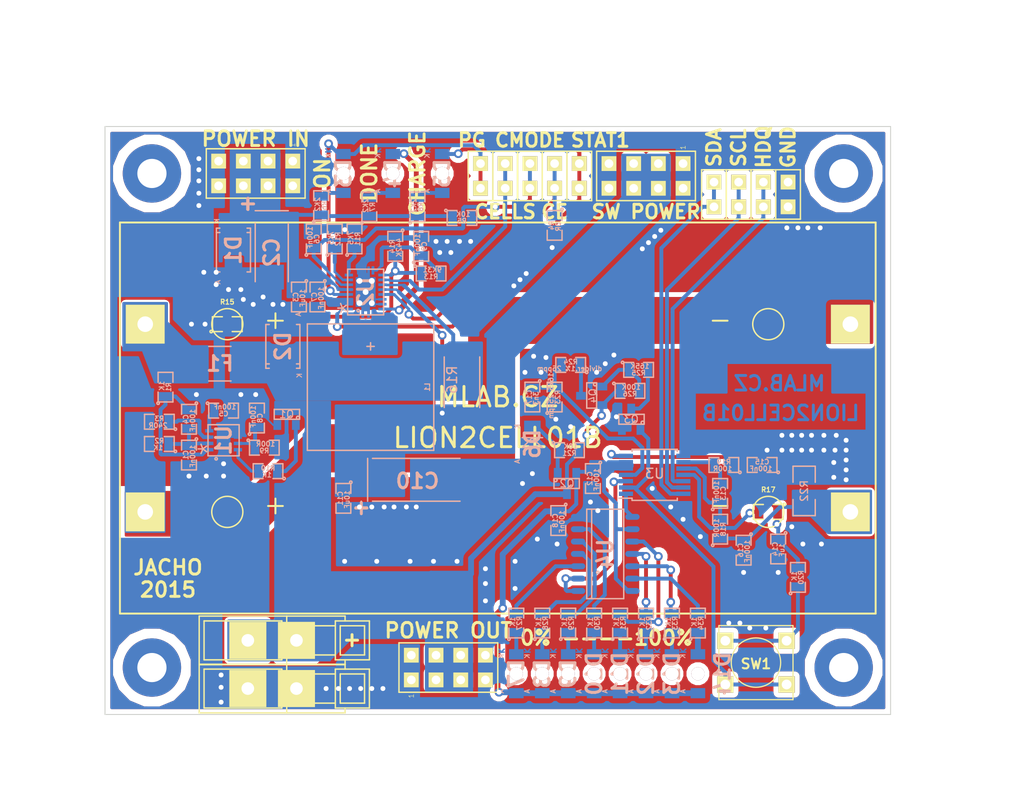
<source format=kicad_pcb>
(kicad_pcb (version 4) (host pcbnew "(2015-01-07 BZR 5359)-product")
  (layers (0 F.Cu signal) (31 B.Cu signal) (34 B.Paste user) (35 F.Paste user) (36 B.SilkS user) (37 F.SilkS user) (38 B.Mask user) (39 F.Mask user) (44 Edge.Cuts user))
  (net 0 "")
  (net 1 /BAT+)
  (net 2 "Net-(C1-Pad1)")
  (net 3 GND)
  (net 4 "Net-(C2-Pad1)")
  (net 5 "Net-(C4-Pad1)")
  (net 6 "Net-(C5-Pad1)")
  (net 7 /CMODE)
  (net 8 "Net-(C8-Pad1)")
  (net 9 "Net-(C9-Pad1)")
  (net 10 "Net-(C10-Pad1)")
  (net 11 /REGIN)
  (net 12 "Net-(C13-Pad1)")
  (net 13 "Net-(C13-Pad2)")
  (net 14 "Net-(C14-Pad1)")
  (net 15 "Net-(C17-Pad1)")
  (net 16 "Net-(D3-Pad1)")
  (net 17 /PG)
  (net 18 "Net-(D4-Pad1)")
  (net 19 "Net-(D4-Pad2)")
  (net 20 "Net-(D5-Pad1)")
  (net 21 /STAT1)
  (net 22 "Net-(D6-Pad2)")
  (net 23 "Net-(D7-Pad2)")
  (net 24 "Net-(D8-Pad2)")
  (net 25 "Net-(D9-Pad2)")
  (net 26 "Net-(D10-Pad2)")
  (net 27 "Net-(D11-Pad2)")
  (net 28 "Net-(D12-Pad2)")
  (net 29 "Net-(D13-Pad2)")
  (net 30 /CE)
  (net 31 /CELLS)
  (net 32 "Net-(L1-Pad1)")
  (net 33 "Net-(Q1-PadG)")
  (net 34 "Net-(Q3-PadD)")
  (net 35 "Net-(Q3-PadG)")
  (net 36 "Net-(Q4-PadD)")
  (net 37 "Net-(Q4-PadG)")
  (net 38 "Net-(R3-Pad1)")
  (net 39 "Net-(R10-Pad2)")
  (net 40 "Net-(R11-Pad1)")
  (net 41 "Net-(R12-Pad1)")
  (net 42 "Net-(R13-Pad1)")
  (net 43 "Net-(R17-Pad2)")
  (net 44 "Net-(R20-Pad1)")
  (net 45 "Net-(R27-Pad2)")
  (net 46 "Net-(R28-Pad2)")
  (net 47 "Net-(R29-Pad2)")
  (net 48 "Net-(R30-Pad2)")
  (net 49 "Net-(R31-Pad2)")
  (net 50 "Net-(R32-Pad2)")
  (net 51 "Net-(R33-Pad2)")
  (net 52 /P2)
  (net 53 /P1)
  (net 54 /BAT-MIDPOINT)
  (net 55 /BATTERY-)
  (net 56 /BATTERY+)
  (net 57 /SDA)
  (net 58 /SCL)
  (net 59 /HDQ)
  (net 60 "Net-(D14-Pad2)")
  (net 61 "Net-(R34-Pad2)")
  (module Mlab_Batery:2LION (layer F.Cu) (at 135.255 86.106)
    (fp_text reference BT1 hide)
    (fp_text value 2x18650_LION hide)
    (fp_text user - (at 22.86 8.89) (layer F.SilkS) (effects (font (size 2 2) (thickness 0.2))))
    (fp_text user - (at 22.86 -10.16) (layer F.SilkS) (effects (font (size 2 2) (thickness 0.2))))
    (fp_text user + (at -22.86 8.89) (layer F.SilkS) (effects (font (size 2 2) (thickness 0.2))))
    (fp_text user + (at -22.86 -10.16) (layer F.SilkS) (effects (font (size 2 2) (thickness 0.2))))
    (pad 1 thru_hole rect (at -36.25 -9.65) (size 4 4) (drill 1.6) (layers *.Cu *.Mask F.SilkS) (net 1 /BAT+))
    (pad 2 thru_hole rect (at 36.25 -9.65) (size 4 4) (drill 1.6) (layers *.Cu *.Mask F.SilkS) (net 54 /BAT-MIDPOINT))
    (pad 3 thru_hole rect (at -36.25 9.65) (size 4 4) (drill 1.6) (layers *.Cu *.Mask F.SilkS) (net 54 /BAT-MIDPOINT))
    (pad 4 thru_hole rect (at 36.25 9.65) (size 4 4) (drill 1.6) (layers *.Cu *.Mask F.SilkS) (net 55 /BATTERY-))
  )
  (module Mlab_R:SMD-0805 (layer B.Cu) (at 103.505 89.916 270)
    (fp_text reference C1 (at 0 0.3175 270) (layer B.SilkS) (effects (font (size 0.50038 0.50038) (thickness 0.10922)) (justify mirror)))
    (fp_text value 100nF (at 0.127 -0.381 270) (layer B.SilkS) (effects (font (size 0.50038 0.50038) (thickness 0.10922)) (justify mirror)))
    (pad 1 smd rect (at -0.9525 0 270) (size 0.889 1.397) (layers B.Cu B.Paste B.Mask) (net 2 "Net-(C1-Pad1)"))
    (pad 2 smd rect (at 0.9525 0 270) (size 0.889 1.397) (layers B.Cu B.Paste B.Mask) (net 3 GND))
  )
  (module Mlab_C:TantalC_SizeC_Reflow (layer B.Cu) (at 112.014 69.088 270)
    (fp_text reference C2 (at 0 0 270) (layer B.SilkS) (effects (font (thickness 0.3048)) (justify mirror)))
    (fp_text value 47uF hide)
    (fp_text user + (at -4.99872 2.55016 270) (layer B.SilkS) (effects (font (thickness 0.3048)) (justify mirror)))
    (pad 2 smd rect (at 2.52476 0 270) (size 2.55016 2.49936) (layers B.Cu B.Paste B.Mask) (net 3 GND))
    (pad 1 smd rect (at -2.52476 0 270) (size 2.55016 2.49936) (layers B.Cu B.Paste B.Mask) (net 4 "Net-(C2-Pad1)"))
  )
  (module Mlab_R:SMD-0805 (layer B.Cu) (at 114.808 73.66 270)
    (fp_text reference C3 (at 0 0.3175 270) (layer B.SilkS) (effects (font (size 0.50038 0.50038) (thickness 0.10922)) (justify mirror)))
    (fp_text value 10uF (at 0.127 -0.381 270) (layer B.SilkS) (effects (font (size 0.50038 0.50038) (thickness 0.10922)) (justify mirror)))
    (pad 1 smd rect (at -0.9525 0 270) (size 0.889 1.397) (layers B.Cu B.Paste B.Mask) (net 4 "Net-(C2-Pad1)"))
    (pad 2 smd rect (at 0.9525 0 270) (size 0.889 1.397) (layers B.Cu B.Paste B.Mask) (net 3 GND))
  )
  (module Mlab_R:SMD-0805 (layer B.Cu) (at 103.505 86.233 270)
    (fp_text reference C4 (at 0 0.3175 270) (layer B.SilkS) (effects (font (size 0.50038 0.50038) (thickness 0.10922)) (justify mirror)))
    (fp_text value 100nF (at 0.127 -0.381 270) (layer B.SilkS) (effects (font (size 0.50038 0.50038) (thickness 0.10922)) (justify mirror)))
    (pad 1 smd rect (at -0.9525 0 270) (size 0.889 1.397) (layers B.Cu B.Paste B.Mask) (net 5 "Net-(C4-Pad1)"))
    (pad 2 smd rect (at 0.9525 0 270) (size 0.889 1.397) (layers B.Cu B.Paste B.Mask) (net 2 "Net-(C1-Pad1)"))
  )
  (module Mlab_R:SMD-0805 (layer B.Cu) (at 107.061 85.344)
    (fp_text reference C5 (at 0 0.3175) (layer B.SilkS) (effects (font (size 0.50038 0.50038) (thickness 0.10922)) (justify mirror)))
    (fp_text value 100nF (at 0.127 -0.381) (layer B.SilkS) (effects (font (size 0.50038 0.50038) (thickness 0.10922)) (justify mirror)))
    (pad 1 smd rect (at -0.9525 0) (size 0.889 1.397) (layers B.Cu B.Paste B.Mask) (net 6 "Net-(C5-Pad1)"))
    (pad 2 smd rect (at 0.9525 0) (size 0.889 1.397) (layers B.Cu B.Paste B.Mask) (net 3 GND))
  )
  (module Mlab_R:SMD-0805 (layer B.Cu) (at 116.332 67.691 90)
    (fp_text reference C6 (at 0 0.3175 90) (layer B.SilkS) (effects (font (size 0.50038 0.50038) (thickness 0.10922)) (justify mirror)))
    (fp_text value 100nF (at 0.127 -0.381 90) (layer B.SilkS) (effects (font (size 0.50038 0.50038) (thickness 0.10922)) (justify mirror)))
    (pad 1 smd rect (at -0.9525 0 90) (size 0.889 1.397) (layers B.Cu B.Paste B.Mask) (net 7 /CMODE))
    (pad 2 smd rect (at 0.9525 0 90) (size 0.889 1.397) (layers B.Cu B.Paste B.Mask) (net 3 GND))
  )
  (module Mlab_R:SMD-0805 (layer B.Cu) (at 116.713 73.66 270)
    (fp_text reference C7 (at 0 0.3175 270) (layer B.SilkS) (effects (font (size 0.50038 0.50038) (thickness 0.10922)) (justify mirror)))
    (fp_text value 100nF (at 0.127 -0.381 270) (layer B.SilkS) (effects (font (size 0.50038 0.50038) (thickness 0.10922)) (justify mirror)))
    (pad 1 smd rect (at -0.9525 0 270) (size 0.889 1.397) (layers B.Cu B.Paste B.Mask) (net 4 "Net-(C2-Pad1)"))
    (pad 2 smd rect (at 0.9525 0 270) (size 0.889 1.397) (layers B.Cu B.Paste B.Mask) (net 3 GND))
  )
  (module Mlab_R:SMD-0805 (layer B.Cu) (at 110.49 86.106 90)
    (fp_text reference C8 (at 0 0.3175 90) (layer B.SilkS) (effects (font (size 0.50038 0.50038) (thickness 0.10922)) (justify mirror)))
    (fp_text value 100nF (at 0.127 -0.381 90) (layer B.SilkS) (effects (font (size 0.50038 0.50038) (thickness 0.10922)) (justify mirror)))
    (pad 1 smd rect (at -0.9525 0 90) (size 0.889 1.397) (layers B.Cu B.Paste B.Mask) (net 8 "Net-(C8-Pad1)"))
    (pad 2 smd rect (at 0.9525 0 90) (size 0.889 1.397) (layers B.Cu B.Paste B.Mask) (net 3 GND))
  )
  (module Mlab_R:SMD-0805 (layer B.Cu) (at 127.381 68.453 90)
    (fp_text reference C9 (at 0 0.3175 90) (layer B.SilkS) (effects (font (size 0.50038 0.50038) (thickness 0.10922)) (justify mirror)))
    (fp_text value 100nF (at 0.127 -0.381 90) (layer B.SilkS) (effects (font (size 0.50038 0.50038) (thickness 0.10922)) (justify mirror)))
    (pad 1 smd rect (at -0.9525 0 90) (size 0.889 1.397) (layers B.Cu B.Paste B.Mask) (net 9 "Net-(C9-Pad1)"))
    (pad 2 smd rect (at 0.9525 0 90) (size 0.889 1.397) (layers B.Cu B.Paste B.Mask) (net 3 GND))
  )
  (module Mlab_R:SMD-0805 (layer B.Cu) (at 119.38 94.361 270)
    (fp_text reference C11 (at 0 0.3175 270) (layer B.SilkS) (effects (font (size 0.50038 0.50038) (thickness 0.10922)) (justify mirror)))
    (fp_text value 10uF (at 0.127 -0.381 270) (layer B.SilkS) (effects (font (size 0.50038 0.50038) (thickness 0.10922)) (justify mirror)))
    (pad 1 smd rect (at -0.9525 0 270) (size 0.889 1.397) (layers B.Cu B.Paste B.Mask) (net 10 "Net-(C10-Pad1)"))
    (pad 2 smd rect (at 0.9525 0 270) (size 0.889 1.397) (layers B.Cu B.Paste B.Mask) (net 3 GND))
  )
  (module Mlab_R:SMD-0805 (layer B.Cu) (at 145.034 92.329 270)
    (fp_text reference C12 (at 0 0.3175 270) (layer B.SilkS) (effects (font (size 0.50038 0.50038) (thickness 0.10922)) (justify mirror)))
    (fp_text value 100nF (at 0.127 -0.381 270) (layer B.SilkS) (effects (font (size 0.50038 0.50038) (thickness 0.10922)) (justify mirror)))
    (pad 1 smd rect (at -0.9525 0 270) (size 0.889 1.397) (layers B.Cu B.Paste B.Mask) (net 11 /REGIN))
    (pad 2 smd rect (at 0.9525 0 270) (size 0.889 1.397) (layers B.Cu B.Paste B.Mask) (net 3 GND))
  )
  (module Mlab_R:SMD-0805 (layer B.Cu) (at 158.115 93.853 90)
    (fp_text reference C13 (at 0 0.3175 90) (layer B.SilkS) (effects (font (size 0.50038 0.50038) (thickness 0.10922)) (justify mirror)))
    (fp_text value 100nF (at 0.127 -0.381 90) (layer B.SilkS) (effects (font (size 0.50038 0.50038) (thickness 0.10922)) (justify mirror)))
    (pad 1 smd rect (at -0.9525 0 90) (size 0.889 1.397) (layers B.Cu B.Paste B.Mask) (net 12 "Net-(C13-Pad1)"))
    (pad 2 smd rect (at 0.9525 0 90) (size 0.889 1.397) (layers B.Cu B.Paste B.Mask) (net 13 "Net-(C13-Pad2)"))
  )
  (module Mlab_R:SMD-0805 (layer B.Cu) (at 164.084 99.568 270)
    (fp_text reference C14 (at 0 0.3175 270) (layer B.SilkS) (effects (font (size 0.50038 0.50038) (thickness 0.10922)) (justify mirror)))
    (fp_text value 1uF (at 0.127 -0.381 270) (layer B.SilkS) (effects (font (size 0.50038 0.50038) (thickness 0.10922)) (justify mirror)))
    (pad 1 smd rect (at -0.9525 0 270) (size 0.889 1.397) (layers B.Cu B.Paste B.Mask) (net 14 "Net-(C14-Pad1)"))
    (pad 2 smd rect (at 0.9525 0 270) (size 0.889 1.397) (layers B.Cu B.Paste B.Mask) (net 3 GND))
  )
  (module Mlab_R:SMD-0805 (layer B.Cu) (at 162.433 90.932 180)
    (fp_text reference C15 (at 0 0.3175 180) (layer B.SilkS) (effects (font (size 0.50038 0.50038) (thickness 0.10922)) (justify mirror)))
    (fp_text value 100nF (at 0.127 -0.381 180) (layer B.SilkS) (effects (font (size 0.50038 0.50038) (thickness 0.10922)) (justify mirror)))
    (pad 1 smd rect (at -0.9525 0 180) (size 0.889 1.397) (layers B.Cu B.Paste B.Mask) (net 3 GND))
    (pad 2 smd rect (at 0.9525 0 180) (size 0.889 1.397) (layers B.Cu B.Paste B.Mask) (net 3 GND))
  )
  (module Mlab_R:SMD-0805 (layer B.Cu) (at 160.528 99.695 270)
    (fp_text reference C16 (at 0 0.3175 270) (layer B.SilkS) (effects (font (size 0.50038 0.50038) (thickness 0.10922)) (justify mirror)))
    (fp_text value 100nF (at 0.127 -0.381 270) (layer B.SilkS) (effects (font (size 0.50038 0.50038) (thickness 0.10922)) (justify mirror)))
    (pad 1 smd rect (at -0.9525 0 270) (size 0.889 1.397) (layers B.Cu B.Paste B.Mask) (net 55 /BATTERY-))
    (pad 2 smd rect (at 0.9525 0 270) (size 0.889 1.397) (layers B.Cu B.Paste B.Mask) (net 3 GND))
  )
  (module Mlab_R:SMD-0805 (layer B.Cu) (at 138.811 83.947 270)
    (fp_text reference C17 (at 0 0.3175 270) (layer B.SilkS) (effects (font (size 0.50038 0.50038) (thickness 0.10922)) (justify mirror)))
    (fp_text value 3n3 (at 0.127 -0.381 270) (layer B.SilkS) (effects (font (size 0.50038 0.50038) (thickness 0.10922)) (justify mirror)))
    (pad 1 smd rect (at -0.9525 0 270) (size 0.889 1.397) (layers B.Cu B.Paste B.Mask) (net 15 "Net-(C17-Pad1)"))
    (pad 2 smd rect (at 0.9525 0 270) (size 0.889 1.397) (layers B.Cu B.Paste B.Mask) (net 3 GND))
  )
  (module Mlab_R:SMD-0805 (layer B.Cu) (at 141.478 96.647 270)
    (fp_text reference C18 (at 0 0.3175 270) (layer B.SilkS) (effects (font (size 0.50038 0.50038) (thickness 0.10922)) (justify mirror)))
    (fp_text value 100nF (at 0.127 -0.381 270) (layer B.SilkS) (effects (font (size 0.50038 0.50038) (thickness 0.10922)) (justify mirror)))
    (pad 1 smd rect (at -0.9525 0 270) (size 0.889 1.397) (layers B.Cu B.Paste B.Mask) (net 11 /REGIN))
    (pad 2 smd rect (at 0.9525 0 270) (size 0.889 1.397) (layers B.Cu B.Paste B.Mask) (net 3 GND))
  )
  (module Mlab_D:SMA_Standard (layer B.Cu) (at 108.077 68.834 90)
    (fp_text reference D1 (at 0 0 90) (layer B.SilkS) (effects (font (thickness 0.3048)) (justify mirror)))
    (fp_text value M4 hide)
    (fp_text user A (at -3.29946 -1.6002 90) (layer B.SilkS) (effects (font (size 0.50038 0.50038) (thickness 0.09906)) (justify mirror)))
    (fp_text user K (at 2.99974 -1.69926 90) (layer B.SilkS) (effects (font (size 0.50038 0.50038) (thickness 0.09906)) (justify mirror)))
    (pad 1 smd rect (at -1.99898 0 90) (size 2.49936 1.80086) (layers B.Cu B.Paste B.Mask) (net 3 GND))
    (pad 2 smd rect (at 1.99898 0 90) (size 2.49936 1.80086) (layers B.Cu B.Paste B.Mask) (net 4 "Net-(C2-Pad1)"))
  )
  (module Mlab_D:SMA_Standard (layer B.Cu) (at 113.157 78.74 270)
    (fp_text reference D2 (at 0 0 270) (layer B.SilkS) (effects (font (thickness 0.3048)) (justify mirror)))
    (fp_text value M4 hide)
    (fp_text user A (at -3.29946 -1.6002 270) (layer B.SilkS) (effects (font (size 0.50038 0.50038) (thickness 0.09906)) (justify mirror)))
    (fp_text user K (at 2.99974 -1.69926 270) (layer B.SilkS) (effects (font (size 0.50038 0.50038) (thickness 0.09906)) (justify mirror)))
    (pad 1 smd rect (at -1.99898 0 270) (size 2.49936 1.80086) (layers B.Cu B.Paste B.Mask) (net 3 GND))
    (pad 2 smd rect (at 1.99898 0 270) (size 2.49936 1.80086) (layers B.Cu B.Paste B.Mask) (net 56 /BATTERY+))
  )
  (module Mlab_D:LED_1206 (layer B.Cu) (at 119.38 60.96 90)
    (fp_text reference D3 (at 0 0 90) (layer B.SilkS) (effects (font (thickness 0.3048)) (justify mirror)))
    (fp_text value LED hide)
    (fp_line (start 2.21488 -1.50622) (end 2.53492 -1.81102) (layer B.Cu) (width 0.15))
    (fp_line (start 2.25298 -1.52146) (end 2.5273 -1.24968) (layer B.Cu) (width 0.15))
    (fp_line (start 2.2225 -1.24968) (end 2.21742 -1.81864) (layer B.Cu) (width 0.15))
    (fp_text user A (at -1.80086 -1.5494 90) (layer B.SilkS) (effects (font (size 0.50038 0.50038) (thickness 0.09906)) (justify mirror)))
    (fp_text user K (at 1.80086 -1.5494 90) (layer B.SilkS) (effects (font (size 0.50038 0.50038) (thickness 0.09906)) (justify mirror)))
    (pad 1 smd rect (at -2 0 90) (size 1.05 1.5) (layers B.Cu B.Paste B.Mask) (net 16 "Net-(D3-Pad1)"))
    (pad 2 smd rect (at 2 0 90) (size 1.05 1.5) (layers B.Cu B.Paste B.Mask) (net 17 /PG))
    (pad "" thru_hole circle (at 0 0 90) (size 1.35 1.35) (drill 1.35) (layers *.Cu *.Mask B.SilkS))
  )
  (module Mlab_D:LED_1206 (layer B.Cu) (at 124.46 60.96 90)
    (fp_text reference D4 (at 0 0 90) (layer B.SilkS) (effects (font (thickness 0.3048)) (justify mirror)))
    (fp_text value LED hide)
    (fp_line (start 2.21488 -1.50622) (end 2.53492 -1.81102) (layer B.Cu) (width 0.15))
    (fp_line (start 2.25298 -1.52146) (end 2.5273 -1.24968) (layer B.Cu) (width 0.15))
    (fp_line (start 2.2225 -1.24968) (end 2.21742 -1.81864) (layer B.Cu) (width 0.15))
    (fp_text user A (at -1.80086 -1.5494 90) (layer B.SilkS) (effects (font (size 0.50038 0.50038) (thickness 0.09906)) (justify mirror)))
    (fp_text user K (at 1.80086 -1.5494 90) (layer B.SilkS) (effects (font (size 0.50038 0.50038) (thickness 0.09906)) (justify mirror)))
    (pad 1 smd rect (at -2 0 90) (size 1.05 1.5) (layers B.Cu B.Paste B.Mask) (net 18 "Net-(D4-Pad1)"))
    (pad 2 smd rect (at 2 0 90) (size 1.05 1.5) (layers B.Cu B.Paste B.Mask) (net 19 "Net-(D4-Pad2)"))
    (pad "" thru_hole circle (at 0 0 90) (size 1.35 1.35) (drill 1.35) (layers *.Cu *.Mask B.SilkS))
  )
  (module Mlab_D:LED_1206 (layer B.Cu) (at 129.54 60.96 90)
    (fp_text reference D5 (at 0 0 90) (layer B.SilkS) (effects (font (thickness 0.3048)) (justify mirror)))
    (fp_text value LED hide)
    (fp_line (start 2.21488 -1.50622) (end 2.53492 -1.81102) (layer B.Cu) (width 0.15))
    (fp_line (start 2.25298 -1.52146) (end 2.5273 -1.24968) (layer B.Cu) (width 0.15))
    (fp_line (start 2.2225 -1.24968) (end 2.21742 -1.81864) (layer B.Cu) (width 0.15))
    (fp_text user A (at -1.80086 -1.5494 90) (layer B.SilkS) (effects (font (size 0.50038 0.50038) (thickness 0.09906)) (justify mirror)))
    (fp_text user K (at 1.80086 -1.5494 90) (layer B.SilkS) (effects (font (size 0.50038 0.50038) (thickness 0.09906)) (justify mirror)))
    (pad 1 smd rect (at -2 0 90) (size 1.05 1.5) (layers B.Cu B.Paste B.Mask) (net 20 "Net-(D5-Pad1)"))
    (pad 2 smd rect (at 2 0 90) (size 1.05 1.5) (layers B.Cu B.Paste B.Mask) (net 21 /STAT1))
    (pad "" thru_hole circle (at 0 0 90) (size 1.35 1.35) (drill 1.35) (layers *.Cu *.Mask B.SilkS))
  )
  (module Mlab_D:MiniMELF_Standard (layer B.Cu) (at 138.811 88.773 90)
    (fp_text reference D6 (at 0 0 90) (layer B.SilkS) (effects (font (thickness 0.3048)) (justify mirror)))
    (fp_text value BZV55C-5,6V hide)
    (fp_text user A (at -1.80086 -1.5494 90) (layer B.SilkS) (effects (font (size 0.50038 0.50038) (thickness 0.09906)) (justify mirror)))
    (fp_text user K (at 1.80086 -1.5494 90) (layer B.SilkS) (effects (font (size 0.50038 0.50038) (thickness 0.09906)) (justify mirror)))
    (pad 1 smd rect (at -1.75006 0 90) (size 1.30048 1.69926) (layers B.Cu B.Paste B.Mask) (net 3 GND))
    (pad 2 smd rect (at 1.75006 0 90) (size 1.30048 1.69926) (layers B.Cu B.Paste B.Mask) (net 22 "Net-(D6-Pad2)"))
  )
  (module Mlab_D:LED_1206 (layer B.Cu) (at 137.16 112.395 90)
    (fp_text reference D7 (at 0 0 90) (layer B.SilkS) (effects (font (thickness 0.3048)) (justify mirror)))
    (fp_text value ORAGE hide)
    (fp_line (start 2.21488 -1.50622) (end 2.53492 -1.81102) (layer B.Cu) (width 0.15))
    (fp_line (start 2.25298 -1.52146) (end 2.5273 -1.24968) (layer B.Cu) (width 0.15))
    (fp_line (start 2.2225 -1.24968) (end 2.21742 -1.81864) (layer B.Cu) (width 0.15))
    (fp_text user A (at -1.80086 -1.5494 90) (layer B.SilkS) (effects (font (size 0.50038 0.50038) (thickness 0.09906)) (justify mirror)))
    (fp_text user K (at 1.80086 -1.5494 90) (layer B.SilkS) (effects (font (size 0.50038 0.50038) (thickness 0.09906)) (justify mirror)))
    (pad 1 smd rect (at -2 0 90) (size 1.05 1.5) (layers B.Cu B.Paste B.Mask) (net 11 /REGIN))
    (pad 2 smd rect (at 2 0 90) (size 1.05 1.5) (layers B.Cu B.Paste B.Mask) (net 23 "Net-(D7-Pad2)"))
    (pad "" thru_hole circle (at 0 0 90) (size 1.35 1.35) (drill 1.35) (layers *.Cu *.Mask B.SilkS))
  )
  (module Mlab_D:LED_1206 (layer B.Cu) (at 139.827 112.395 90)
    (fp_text reference D8 (at 0 0 90) (layer B.SilkS) (effects (font (thickness 0.3048)) (justify mirror)))
    (fp_text value ORAGE hide)
    (fp_line (start 2.21488 -1.50622) (end 2.53492 -1.81102) (layer B.Cu) (width 0.15))
    (fp_line (start 2.25298 -1.52146) (end 2.5273 -1.24968) (layer B.Cu) (width 0.15))
    (fp_line (start 2.2225 -1.24968) (end 2.21742 -1.81864) (layer B.Cu) (width 0.15))
    (fp_text user A (at -1.80086 -1.5494 90) (layer B.SilkS) (effects (font (size 0.50038 0.50038) (thickness 0.09906)) (justify mirror)))
    (fp_text user K (at 1.80086 -1.5494 90) (layer B.SilkS) (effects (font (size 0.50038 0.50038) (thickness 0.09906)) (justify mirror)))
    (pad 1 smd rect (at -2 0 90) (size 1.05 1.5) (layers B.Cu B.Paste B.Mask) (net 11 /REGIN))
    (pad 2 smd rect (at 2 0 90) (size 1.05 1.5) (layers B.Cu B.Paste B.Mask) (net 24 "Net-(D8-Pad2)"))
    (pad "" thru_hole circle (at 0 0 90) (size 1.35 1.35) (drill 1.35) (layers *.Cu *.Mask B.SilkS))
  )
  (module Mlab_D:LED_1206 (layer B.Cu) (at 142.494 112.395 90)
    (fp_text reference D9 (at 0 0 90) (layer B.SilkS) (effects (font (thickness 0.3048)) (justify mirror)))
    (fp_text value ORAGE hide)
    (fp_line (start 2.21488 -1.50622) (end 2.53492 -1.81102) (layer B.Cu) (width 0.15))
    (fp_line (start 2.25298 -1.52146) (end 2.5273 -1.24968) (layer B.Cu) (width 0.15))
    (fp_line (start 2.2225 -1.24968) (end 2.21742 -1.81864) (layer B.Cu) (width 0.15))
    (fp_text user A (at -1.80086 -1.5494 90) (layer B.SilkS) (effects (font (size 0.50038 0.50038) (thickness 0.09906)) (justify mirror)))
    (fp_text user K (at 1.80086 -1.5494 90) (layer B.SilkS) (effects (font (size 0.50038 0.50038) (thickness 0.09906)) (justify mirror)))
    (pad 1 smd rect (at -2 0 90) (size 1.05 1.5) (layers B.Cu B.Paste B.Mask) (net 11 /REGIN))
    (pad 2 smd rect (at 2 0 90) (size 1.05 1.5) (layers B.Cu B.Paste B.Mask) (net 25 "Net-(D9-Pad2)"))
    (pad "" thru_hole circle (at 0 0 90) (size 1.35 1.35) (drill 1.35) (layers *.Cu *.Mask B.SilkS))
  )
  (module Mlab_D:LED_1206 (layer B.Cu) (at 145.161 112.395 90)
    (fp_text reference D10 (at 0 0 90) (layer B.SilkS) (effects (font (thickness 0.3048)) (justify mirror)))
    (fp_text value ORAGE hide)
    (fp_line (start 2.21488 -1.50622) (end 2.53492 -1.81102) (layer B.Cu) (width 0.15))
    (fp_line (start 2.25298 -1.52146) (end 2.5273 -1.24968) (layer B.Cu) (width 0.15))
    (fp_line (start 2.2225 -1.24968) (end 2.21742 -1.81864) (layer B.Cu) (width 0.15))
    (fp_text user A (at -1.80086 -1.5494 90) (layer B.SilkS) (effects (font (size 0.50038 0.50038) (thickness 0.09906)) (justify mirror)))
    (fp_text user K (at 1.80086 -1.5494 90) (layer B.SilkS) (effects (font (size 0.50038 0.50038) (thickness 0.09906)) (justify mirror)))
    (pad 1 smd rect (at -2 0 90) (size 1.05 1.5) (layers B.Cu B.Paste B.Mask) (net 11 /REGIN))
    (pad 2 smd rect (at 2 0 90) (size 1.05 1.5) (layers B.Cu B.Paste B.Mask) (net 26 "Net-(D10-Pad2)"))
    (pad "" thru_hole circle (at 0 0 90) (size 1.35 1.35) (drill 1.35) (layers *.Cu *.Mask B.SilkS))
  )
  (module Mlab_D:LED_1206 (layer B.Cu) (at 147.828 112.395 90)
    (fp_text reference D11 (at 0 0 90) (layer B.SilkS) (effects (font (thickness 0.3048)) (justify mirror)))
    (fp_text value ORAGE hide)
    (fp_line (start 2.21488 -1.50622) (end 2.53492 -1.81102) (layer B.Cu) (width 0.15))
    (fp_line (start 2.25298 -1.52146) (end 2.5273 -1.24968) (layer B.Cu) (width 0.15))
    (fp_line (start 2.2225 -1.24968) (end 2.21742 -1.81864) (layer B.Cu) (width 0.15))
    (fp_text user A (at -1.80086 -1.5494 90) (layer B.SilkS) (effects (font (size 0.50038 0.50038) (thickness 0.09906)) (justify mirror)))
    (fp_text user K (at 1.80086 -1.5494 90) (layer B.SilkS) (effects (font (size 0.50038 0.50038) (thickness 0.09906)) (justify mirror)))
    (pad 1 smd rect (at -2 0 90) (size 1.05 1.5) (layers B.Cu B.Paste B.Mask) (net 11 /REGIN))
    (pad 2 smd rect (at 2 0 90) (size 1.05 1.5) (layers B.Cu B.Paste B.Mask) (net 27 "Net-(D11-Pad2)"))
    (pad "" thru_hole circle (at 0 0 90) (size 1.35 1.35) (drill 1.35) (layers *.Cu *.Mask B.SilkS))
  )
  (module Mlab_D:LED_1206 (layer B.Cu) (at 150.495 112.395 90)
    (fp_text reference D12 (at 0 0 90) (layer B.SilkS) (effects (font (thickness 0.3048)) (justify mirror)))
    (fp_text value ORAGE hide)
    (fp_line (start 2.21488 -1.50622) (end 2.53492 -1.81102) (layer B.Cu) (width 0.15))
    (fp_line (start 2.25298 -1.52146) (end 2.5273 -1.24968) (layer B.Cu) (width 0.15))
    (fp_line (start 2.2225 -1.24968) (end 2.21742 -1.81864) (layer B.Cu) (width 0.15))
    (fp_text user A (at -1.80086 -1.5494 90) (layer B.SilkS) (effects (font (size 0.50038 0.50038) (thickness 0.09906)) (justify mirror)))
    (fp_text user K (at 1.80086 -1.5494 90) (layer B.SilkS) (effects (font (size 0.50038 0.50038) (thickness 0.09906)) (justify mirror)))
    (pad 1 smd rect (at -2 0 90) (size 1.05 1.5) (layers B.Cu B.Paste B.Mask) (net 11 /REGIN))
    (pad 2 smd rect (at 2 0 90) (size 1.05 1.5) (layers B.Cu B.Paste B.Mask) (net 28 "Net-(D12-Pad2)"))
    (pad "" thru_hole circle (at 0 0 90) (size 1.35 1.35) (drill 1.35) (layers *.Cu *.Mask B.SilkS))
  )
  (module Mlab_D:LED_1206 (layer B.Cu) (at 153.162 112.395 90)
    (fp_text reference D13 (at 0 0 90) (layer B.SilkS) (effects (font (thickness 0.3048)) (justify mirror)))
    (fp_text value ORAGE hide)
    (fp_line (start 2.21488 -1.50622) (end 2.53492 -1.81102) (layer B.Cu) (width 0.15))
    (fp_line (start 2.25298 -1.52146) (end 2.5273 -1.24968) (layer B.Cu) (width 0.15))
    (fp_line (start 2.2225 -1.24968) (end 2.21742 -1.81864) (layer B.Cu) (width 0.15))
    (fp_text user A (at -1.80086 -1.5494 90) (layer B.SilkS) (effects (font (size 0.50038 0.50038) (thickness 0.09906)) (justify mirror)))
    (fp_text user K (at 1.80086 -1.5494 90) (layer B.SilkS) (effects (font (size 0.50038 0.50038) (thickness 0.09906)) (justify mirror)))
    (pad 1 smd rect (at -2 0 90) (size 1.05 1.5) (layers B.Cu B.Paste B.Mask) (net 11 /REGIN))
    (pad 2 smd rect (at 2 0 90) (size 1.05 1.5) (layers B.Cu B.Paste B.Mask) (net 29 "Net-(D13-Pad2)"))
    (pad "" thru_hole circle (at 0 0 90) (size 1.35 1.35) (drill 1.35) (layers *.Cu *.Mask B.SilkS))
  )
  (module Mlab_F:2410 (layer B.Cu) (at 106.68 80.518)
    (fp_text reference F1 (at 0 0) (layer B.SilkS) (effects (font (thickness 0.3048)) (justify mirror)))
    (fp_text value FUSE hide)
    (pad 1 smd rect (at -2.5 0) (size 2 3.18) (layers B.Cu B.Paste B.Mask) (net 1 /BAT+))
    (pad 2 smd rect (at 2.5 0) (size 2 3.18) (layers B.Cu B.Paste B.Mask) (net 56 /BATTERY+))
  )
  (module Mlab_Pin_Headers:Straight_2x04 (layer F.Cu) (at 110.363 60.96 270)
    (fp_text reference J1 hide)
    (fp_text value JUMP_4X2 hide)
    (fp_text user 1 (at -2.921 -3.81 270) (layer F.SilkS) (effects (font (size 0.5 0.5) (thickness 0.05))))
    (pad 1 thru_hole rect (at -1.27 -3.81 270) (size 1.524 1.524) (drill 0.889) (layers *.Cu *.Mask F.SilkS) (net 3 GND))
    (pad 2 thru_hole rect (at 1.27 -3.81 270) (size 1.524 1.524) (drill 0.889) (layers *.Cu *.Mask F.SilkS) (net 3 GND))
    (pad 3 thru_hole rect (at -1.27 -1.27 270) (size 1.524 1.524) (drill 0.889) (layers *.Cu *.Mask F.SilkS) (net 4 "Net-(C2-Pad1)"))
    (pad 4 thru_hole rect (at 1.27 -1.27 270) (size 1.524 1.524) (drill 0.889) (layers *.Cu *.Mask F.SilkS) (net 4 "Net-(C2-Pad1)"))
    (pad 5 thru_hole rect (at -1.27 1.27 270) (size 1.524 1.524) (drill 0.889) (layers *.Cu *.Mask F.SilkS) (net 4 "Net-(C2-Pad1)"))
    (pad 6 thru_hole rect (at 1.27 1.27 270) (size 1.524 1.524) (drill 0.889) (layers *.Cu *.Mask F.SilkS) (net 4 "Net-(C2-Pad1)"))
    (pad 7 thru_hole rect (at -1.27 3.81 270) (size 1.524 1.524) (drill 0.889) (layers *.Cu *.Mask F.SilkS) (net 3 GND))
    (pad 8 thru_hole rect (at 1.27 3.81 270) (size 1.524 1.524) (drill 0.889) (layers *.Cu *.Mask F.SilkS) (net 3 GND))
  )
  (module Mlab_Pin_Headers:Straight_1x02 (layer F.Cu) (at 143.637 61.214)
    (fp_text reference J2 hide)
    (fp_text value JUMP_2x1 hide)
    (pad 2 thru_hole rect (at 0 1.27) (size 1.524 1.524) (drill 0.889) (layers *.Cu *.Mask F.SilkS) (net 21 /STAT1))
    (pad 1 thru_hole rect (at 0 -1.27) (size 1.524 1.524) (drill 0.889) (layers *.Cu *.Mask F.SilkS) (net 21 /STAT1))
  )
  (module Mlab_Pin_Headers:Straight_1x02 (layer F.Cu) (at 133.477 61.214 180)
    (fp_text reference J3 hide)
    (fp_text value JUMP_2x1 hide)
    (pad 2 thru_hole rect (at 0 1.27 180) (size 1.524 1.524) (drill 0.889) (layers *.Cu *.Mask F.SilkS) (net 17 /PG))
    (pad 1 thru_hole rect (at 0 -1.27 180) (size 1.524 1.524) (drill 0.889) (layers *.Cu *.Mask F.SilkS) (net 17 /PG))
  )
  (module Mlab_Pin_Headers:Straight_1x02 (layer F.Cu) (at 138.557 61.214)
    (fp_text reference J4 hide)
    (fp_text value JUMP_2x1 hide)
    (pad 2 thru_hole rect (at 0 1.27) (size 1.524 1.524) (drill 0.889) (layers *.Cu *.Mask F.SilkS) (net 7 /CMODE))
    (pad 1 thru_hole rect (at 0 -1.27) (size 1.524 1.524) (drill 0.889) (layers *.Cu *.Mask F.SilkS) (net 7 /CMODE))
  )
  (module Mlab_Pin_Headers:Straight_1x02 (layer F.Cu) (at 141.097 61.214)
    (fp_text reference J5 hide)
    (fp_text value JUMP_2x1 hide)
    (pad 2 thru_hole rect (at 0 1.27) (size 1.524 1.524) (drill 0.889) (layers *.Cu *.Mask F.SilkS) (net 30 /CE))
    (pad 1 thru_hole rect (at 0 -1.27) (size 1.524 1.524) (drill 0.889) (layers *.Cu *.Mask F.SilkS) (net 30 /CE))
  )
  (module Mlab_Pin_Headers:Straight_1x02 (layer F.Cu) (at 136.017 61.214)
    (fp_text reference J6 hide)
    (fp_text value JUMP_2x1 hide)
    (pad 2 thru_hole rect (at 0 1.27) (size 1.524 1.524) (drill 0.889) (layers *.Cu *.Mask F.SilkS) (net 31 /CELLS))
    (pad 1 thru_hole rect (at 0 -1.27) (size 1.524 1.524) (drill 0.889) (layers *.Cu *.Mask F.SilkS) (net 31 /CELLS))
  )
  (module Mlab_Pin_Headers:Straight_2x04 (layer F.Cu) (at 130.175 111.76 90)
    (fp_text reference J7 hide)
    (fp_text value JUMP_4X2 hide)
    (fp_text user 1 (at -2.921 -3.81 90) (layer F.SilkS) (effects (font (size 0.5 0.5) (thickness 0.05))))
    (pad 1 thru_hole rect (at -1.27 -3.81 90) (size 1.524 1.524) (drill 0.889) (layers *.Cu *.Mask F.SilkS) (net 3 GND))
    (pad 2 thru_hole rect (at 1.27 -3.81 90) (size 1.524 1.524) (drill 0.889) (layers *.Cu *.Mask F.SilkS) (net 3 GND))
    (pad 3 thru_hole rect (at -1.27 -1.27 90) (size 1.524 1.524) (drill 0.889) (layers *.Cu *.Mask F.SilkS) (net 56 /BATTERY+))
    (pad 4 thru_hole rect (at 1.27 -1.27 90) (size 1.524 1.524) (drill 0.889) (layers *.Cu *.Mask F.SilkS) (net 56 /BATTERY+))
    (pad 5 thru_hole rect (at -1.27 1.27 90) (size 1.524 1.524) (drill 0.889) (layers *.Cu *.Mask F.SilkS) (net 56 /BATTERY+))
    (pad 6 thru_hole rect (at 1.27 1.27 90) (size 1.524 1.524) (drill 0.889) (layers *.Cu *.Mask F.SilkS) (net 56 /BATTERY+))
    (pad 7 thru_hole rect (at -1.27 3.81 90) (size 1.524 1.524) (drill 0.889) (layers *.Cu *.Mask F.SilkS) (net 3 GND))
    (pad 8 thru_hole rect (at 1.27 3.81 90) (size 1.524 1.524) (drill 0.889) (layers *.Cu *.Mask F.SilkS) (net 3 GND))
  )
  (module Mlab_Con:WAGO256 (layer F.Cu) (at 112.014 108.966)
    (fp_text reference J8 hide)
    (fp_text value CONN1_1 hide)
    (pad 1 thru_hole rect (at -2.46 0 90) (size 3.81 3.81) (drill 1.3) (layers *.Cu *.Mask F.SilkS) (net 56 /BATTERY+))
    (pad 1 thru_hole rect (at 2.54 0 90) (size 3.81 3.81) (drill 1.3) (layers *.Cu *.Mask F.SilkS) (net 56 /BATTERY+))
  )
  (module Mlab_Con:WAGO256 (layer F.Cu) (at 112.014 113.919)
    (fp_text reference J9 hide)
    (fp_text value CONN1_1 hide)
    (pad 1 thru_hole rect (at -2.46 0 90) (size 3.81 3.81) (drill 1.3) (layers *.Cu *.Mask F.SilkS) (net 3 GND))
    (pad 1 thru_hole rect (at 2.54 0 90) (size 3.81 3.81) (drill 1.3) (layers *.Cu *.Mask F.SilkS) (net 3 GND))
  )
  (module Mlab_Pin_Headers:Straight_1x02 (layer F.Cu) (at 157.48 63.119)
    (fp_text reference J10 hide)
    (fp_text value JUMP_2x1 hide)
    (pad 2 thru_hole rect (at 0 1.27) (size 1.524 1.524) (drill 0.889) (layers *.Cu *.Mask F.SilkS) (net 57 /SDA))
    (pad 1 thru_hole rect (at 0 -1.27) (size 1.524 1.524) (drill 0.889) (layers *.Cu *.Mask F.SilkS) (net 57 /SDA))
  )
  (module Mlab_Pin_Headers:Straight_1x02 (layer F.Cu) (at 160.02 63.119)
    (fp_text reference J11 hide)
    (fp_text value JUMP_2x1 hide)
    (pad 2 thru_hole rect (at 0 1.27) (size 1.524 1.524) (drill 0.889) (layers *.Cu *.Mask F.SilkS) (net 58 /SCL))
    (pad 1 thru_hole rect (at 0 -1.27) (size 1.524 1.524) (drill 0.889) (layers *.Cu *.Mask F.SilkS) (net 58 /SCL))
  )
  (module Mlab_Pin_Headers:Straight_1x02 (layer F.Cu) (at 162.56 63.119)
    (fp_text reference J12 hide)
    (fp_text value JUMP_2x1 hide)
    (pad 2 thru_hole rect (at 0 1.27) (size 1.524 1.524) (drill 0.889) (layers *.Cu *.Mask F.SilkS) (net 59 /HDQ))
    (pad 1 thru_hole rect (at 0 -1.27) (size 1.524 1.524) (drill 0.889) (layers *.Cu *.Mask F.SilkS) (net 59 /HDQ))
  )
  (module Mlab_Pin_Headers:Straight_2x04 (layer F.Cu) (at 150.495 61.214 270)
    (fp_text reference J13 hide)
    (fp_text value JUMP_4X2 hide)
    (fp_text user 1 (at -2.921 -3.81 270) (layer F.SilkS) (effects (font (size 0.5 0.5) (thickness 0.05))))
    (pad 1 thru_hole rect (at -1.27 -3.81 270) (size 1.524 1.524) (drill 0.889) (layers *.Cu *.Mask F.SilkS) (net 3 GND))
    (pad 2 thru_hole rect (at 1.27 -3.81 270) (size 1.524 1.524) (drill 0.889) (layers *.Cu *.Mask F.SilkS) (net 3 GND))
    (pad 3 thru_hole rect (at -1.27 -1.27 270) (size 1.524 1.524) (drill 0.889) (layers *.Cu *.Mask F.SilkS) (net 10 "Net-(C10-Pad1)"))
    (pad 4 thru_hole rect (at 1.27 -1.27 270) (size 1.524 1.524) (drill 0.889) (layers *.Cu *.Mask F.SilkS) (net 10 "Net-(C10-Pad1)"))
    (pad 5 thru_hole rect (at -1.27 1.27 270) (size 1.524 1.524) (drill 0.889) (layers *.Cu *.Mask F.SilkS) (net 10 "Net-(C10-Pad1)"))
    (pad 6 thru_hole rect (at 1.27 1.27 270) (size 1.524 1.524) (drill 0.889) (layers *.Cu *.Mask F.SilkS) (net 10 "Net-(C10-Pad1)"))
    (pad 7 thru_hole rect (at -1.27 3.81 270) (size 1.524 1.524) (drill 0.889) (layers *.Cu *.Mask F.SilkS) (net 3 GND))
    (pad 8 thru_hole rect (at 1.27 3.81 270) (size 1.524 1.524) (drill 0.889) (layers *.Cu *.Mask F.SilkS) (net 3 GND))
  )
  (module Mlab_L:DE1205-10 (layer B.Cu) (at 122.174 82.931 90)
    (fp_text reference L1 (at 0 5.842 90) (layer B.SilkS) (effects (font (size 0.50038 0.50038) (thickness 0.11938)) (justify mirror)))
    (fp_text value DE1205-10 hide)
    (pad 1 smd rect (at 5 0 90) (size 3 5.5) (layers B.Cu B.Paste B.Mask) (net 32 "Net-(L1-Pad1)"))
    (pad 2 smd rect (at -5 0 90) (size 3 5.5) (layers B.Cu B.Paste B.Mask) (net 10 "Net-(C10-Pad1)"))
  )
  (module Mlab_Mechanical:MountingHole_3mm (layer F.Cu) (at 170.815 111.76)
    (fp_text reference P1 hide)
    (fp_text value _ hide)
    (pad 1 thru_hole circle (at 0 0) (size 6 6) (drill 3) (layers *.Cu *.Adhes *.Mask) (clearance 1))
  )
  (module Mlab_Mechanical:MountingHole_3mm (layer F.Cu) (at 99.695 60.96)
    (fp_text reference P2 hide)
    (fp_text value _ hide)
    (pad 1 thru_hole circle (at 0 0) (size 6 6) (drill 3) (layers *.Cu *.Adhes *.Mask) (clearance 1))
  )
  (module Mlab_Mechanical:MountingHole_3mm (layer F.Cu) (at 99.695 111.76)
    (fp_text reference P3 hide)
    (fp_text value _ hide)
    (pad 1 thru_hole circle (at 0 0) (size 6 6) (drill 3) (layers *.Cu *.Adhes *.Mask) (clearance 1))
  )
  (module Mlab_Mechanical:MountingHole_3mm (layer F.Cu) (at 170.815 60.96)
    (fp_text reference P4 hide)
    (fp_text value _ hide)
    (pad 1 thru_hole circle (at 0 0) (size 6 6) (drill 3) (layers *.Cu *.Adhes *.Mask) (clearance 1))
  )
  (module Mlab_T:SOT-23 (layer B.Cu) (at 113.538 85.725 180)
    (fp_text reference Q1 (at 0 0 180) (layer B.SilkS) (effects (font (size 0.762 0.762) (thickness 0.11938)) (justify mirror)))
    (fp_text value IRLML6244 hide)
    (pad D smd rect (at 0 1.09982 180) (size 0.8001 1.00076) (layers B.Cu B.Paste B.Mask) (net 56 /BATTERY+))
    (pad S smd rect (at 0.9525 -1.09982 180) (size 0.8001 1.00076) (layers B.Cu B.Paste B.Mask) (net 3 GND))
    (pad G smd rect (at -0.9525 -1.09982 180) (size 0.8001 1.00076) (layers B.Cu B.Paste B.Mask) (net 33 "Net-(Q1-PadG)"))
  )
  (module Mlab_T:SOT-23 (layer B.Cu) (at 142.367 92.837)
    (fp_text reference Q2 (at 0 0) (layer B.SilkS) (effects (font (size 0.762 0.762) (thickness 0.11938)) (justify mirror)))
    (fp_text value MMBF170LT1G hide)
    (pad D smd rect (at 0 1.09982) (size 0.8001 1.00076) (layers B.Cu B.Paste B.Mask) (net 56 /BATTERY+))
    (pad S smd rect (at 0.9525 -1.09982) (size 0.8001 1.00076) (layers B.Cu B.Paste B.Mask) (net 11 /REGIN))
    (pad G smd rect (at -0.9525 -1.09982) (size 0.8001 1.00076) (layers B.Cu B.Paste B.Mask) (net 22 "Net-(D6-Pad2)"))
  )
  (module Mlab_T:SOT-23 (layer B.Cu) (at 148.971 86.233 180)
    (fp_text reference Q3 (at 0 0 180) (layer B.SilkS) (effects (font (size 0.762 0.762) (thickness 0.11938)) (justify mirror)))
    (fp_text value MMBF170LT1G hide)
    (pad D smd rect (at 0 1.09982 180) (size 0.8001 1.00076) (layers B.Cu B.Paste B.Mask) (net 34 "Net-(Q3-PadD)"))
    (pad S smd rect (at 0.9525 -1.09982 180) (size 0.8001 1.00076) (layers B.Cu B.Paste B.Mask) (net 3 GND))
    (pad G smd rect (at -0.9525 -1.09982 180) (size 0.8001 1.00076) (layers B.Cu B.Paste B.Mask) (net 35 "Net-(Q3-PadG)"))
  )
  (module Mlab_T:SOT-23 (layer B.Cu) (at 144.907 83.82 270)
    (fp_text reference Q4 (at 0 -0.127 270) (layer B.SilkS) (effects (font (size 0.762 0.762) (thickness 0.11938)) (justify mirror)))
    (fp_text value BSS83P hide)
    (pad D smd rect (at 0 1.09982 270) (size 0.8001 1.00076) (layers B.Cu B.Paste B.Mask) (net 36 "Net-(Q4-PadD)"))
    (pad S smd rect (at 0.9525 -1.09982 270) (size 0.8001 1.00076) (layers B.Cu B.Paste B.Mask) (net 56 /BATTERY+))
    (pad G smd rect (at -0.9525 -1.09982 270) (size 0.8001 1.00076) (layers B.Cu B.Paste B.Mask) (net 37 "Net-(Q4-PadG)"))
  )
  (module Mlab_R:SMD-0805 (layer B.Cu) (at 101.092 82.931 90)
    (fp_text reference R1 (at 0 0.3175 90) (layer B.SilkS) (effects (font (size 0.50038 0.50038) (thickness 0.10922)) (justify mirror)))
    (fp_text value 1K (at 0.127 -0.381 90) (layer B.SilkS) (effects (font (size 0.50038 0.50038) (thickness 0.10922)) (justify mirror)))
    (pad 1 smd rect (at -0.9525 0 90) (size 0.889 1.397) (layers B.Cu B.Paste B.Mask) (net 5 "Net-(C4-Pad1)"))
    (pad 2 smd rect (at 0.9525 0 90) (size 0.889 1.397) (layers B.Cu B.Paste B.Mask) (net 1 /BAT+))
  )
  (module Mlab_R:SMD-0805 (layer B.Cu) (at 100.457 88.773 180)
    (fp_text reference R2 (at 0 0.3175 180) (layer B.SilkS) (effects (font (size 0.50038 0.50038) (thickness 0.10922)) (justify mirror)))
    (fp_text value 1K (at 0.127 -0.381 180) (layer B.SilkS) (effects (font (size 0.50038 0.50038) (thickness 0.10922)) (justify mirror)))
    (pad 1 smd rect (at -0.9525 0 180) (size 0.889 1.397) (layers B.Cu B.Paste B.Mask) (net 2 "Net-(C1-Pad1)"))
    (pad 2 smd rect (at 0.9525 0 180) (size 0.889 1.397) (layers B.Cu B.Paste B.Mask) (net 54 /BAT-MIDPOINT))
  )
  (module Mlab_R:SMD-0805 (layer B.Cu) (at 100.457 86.487 180)
    (fp_text reference R3 (at 0 0.3175 180) (layer B.SilkS) (effects (font (size 0.50038 0.50038) (thickness 0.10922)) (justify mirror)))
    (fp_text value 240R (at 0.127 -0.381 180) (layer B.SilkS) (effects (font (size 0.50038 0.50038) (thickness 0.10922)) (justify mirror)))
    (pad 1 smd rect (at -0.9525 0 180) (size 0.889 1.397) (layers B.Cu B.Paste B.Mask) (net 38 "Net-(R3-Pad1)"))
    (pad 2 smd rect (at 0.9525 0 180) (size 0.889 1.397) (layers B.Cu B.Paste B.Mask) (net 54 /BAT-MIDPOINT))
  )
  (module Mlab_R:SMD-0805 (layer B.Cu) (at 141.097 66.294 270)
    (fp_text reference R4 (at 0 0.3175 270) (layer B.SilkS) (effects (font (size 0.50038 0.50038) (thickness 0.10922)) (justify mirror)))
    (fp_text value 0R (at 0.127 -0.381 270) (layer B.SilkS) (effects (font (size 0.50038 0.50038) (thickness 0.10922)) (justify mirror)))
    (pad 1 smd rect (at -0.9525 0 270) (size 0.889 1.397) (layers B.Cu B.Paste B.Mask) (net 30 /CE))
    (pad 2 smd rect (at 0.9525 0 270) (size 0.889 1.397) (layers B.Cu B.Paste B.Mask) (net 3 GND))
  )
  (module Mlab_R:SMD-0805 (layer B.Cu) (at 131.572 65.532)
    (fp_text reference R5 (at 0 0.3175) (layer B.SilkS) (effects (font (size 0.50038 0.50038) (thickness 0.10922)) (justify mirror)))
    (fp_text value 10K (at 0.127 -0.381) (layer B.SilkS) (effects (font (size 0.50038 0.50038) (thickness 0.10922)) (justify mirror)))
    (pad 1 smd rect (at -0.9525 0) (size 0.889 1.397) (layers B.Cu B.Paste B.Mask) (net 4 "Net-(C2-Pad1)"))
    (pad 2 smd rect (at 0.9525 0) (size 0.889 1.397) (layers B.Cu B.Paste B.Mask) (net 31 /CELLS))
  )
  (module Mlab_R:SMD-0805 (layer B.Cu) (at 117.094 64.262 90)
    (fp_text reference R6 (at 0 0.3175 90) (layer B.SilkS) (effects (font (size 0.50038 0.50038) (thickness 0.10922)) (justify mirror)))
    (fp_text value 2K2 (at 0.127 -0.381 90) (layer B.SilkS) (effects (font (size 0.50038 0.50038) (thickness 0.10922)) (justify mirror)))
    (pad 1 smd rect (at -0.9525 0 90) (size 0.889 1.397) (layers B.Cu B.Paste B.Mask) (net 4 "Net-(C2-Pad1)"))
    (pad 2 smd rect (at 0.9525 0 90) (size 0.889 1.397) (layers B.Cu B.Paste B.Mask) (net 16 "Net-(D3-Pad1)"))
  )
  (module Mlab_R:SMD-0805 (layer B.Cu) (at 122.047 64.389 90)
    (fp_text reference R7 (at 0 0.3175 90) (layer B.SilkS) (effects (font (size 0.50038 0.50038) (thickness 0.10922)) (justify mirror)))
    (fp_text value 2K2 (at 0.127 -0.381 90) (layer B.SilkS) (effects (font (size 0.50038 0.50038) (thickness 0.10922)) (justify mirror)))
    (pad 1 smd rect (at -0.9525 0 90) (size 0.889 1.397) (layers B.Cu B.Paste B.Mask) (net 4 "Net-(C2-Pad1)"))
    (pad 2 smd rect (at 0.9525 0 90) (size 0.889 1.397) (layers B.Cu B.Paste B.Mask) (net 18 "Net-(D4-Pad1)"))
  )
  (module Mlab_R:SMD-0805 (layer B.Cu) (at 127 64.389 90)
    (fp_text reference R8 (at 0 0.3175 90) (layer B.SilkS) (effects (font (size 0.50038 0.50038) (thickness 0.10922)) (justify mirror)))
    (fp_text value 2K2 (at 0.127 -0.381 90) (layer B.SilkS) (effects (font (size 0.50038 0.50038) (thickness 0.10922)) (justify mirror)))
    (pad 1 smd rect (at -0.9525 0 90) (size 0.889 1.397) (layers B.Cu B.Paste B.Mask) (net 4 "Net-(C2-Pad1)"))
    (pad 2 smd rect (at 0.9525 0 90) (size 0.889 1.397) (layers B.Cu B.Paste B.Mask) (net 20 "Net-(D5-Pad1)"))
  )
  (module Mlab_R:SMD-0805 (layer B.Cu) (at 111.252 89.154)
    (fp_text reference R9 (at 0 0.3175) (layer B.SilkS) (effects (font (size 0.50038 0.50038) (thickness 0.10922)) (justify mirror)))
    (fp_text value 100R (at 0.127 -0.381) (layer B.SilkS) (effects (font (size 0.50038 0.50038) (thickness 0.10922)) (justify mirror)))
    (pad 1 smd rect (at -0.9525 0) (size 0.889 1.397) (layers B.Cu B.Paste B.Mask) (net 8 "Net-(C8-Pad1)"))
    (pad 2 smd rect (at 0.9525 0) (size 0.889 1.397) (layers B.Cu B.Paste B.Mask) (net 56 /BATTERY+))
  )
  (module Mlab_R:SMD-0805 (layer B.Cu) (at 111.633 91.567 180)
    (fp_text reference R10 (at 0 0.3175 180) (layer B.SilkS) (effects (font (size 0.50038 0.50038) (thickness 0.10922)) (justify mirror)))
    (fp_text value 1K (at 0.127 -0.381 180) (layer B.SilkS) (effects (font (size 0.50038 0.50038) (thickness 0.10922)) (justify mirror)))
    (pad 1 smd rect (at -0.9525 0 180) (size 0.889 1.397) (layers B.Cu B.Paste B.Mask) (net 33 "Net-(Q1-PadG)"))
    (pad 2 smd rect (at 0.9525 0 180) (size 0.889 1.397) (layers B.Cu B.Paste B.Mask) (net 39 "Net-(R10-Pad2)"))
  )
  (module Mlab_R:SMD-0805 (layer B.Cu) (at 120.523 67.691 90)
    (fp_text reference R11 (at 0 0.3175 90) (layer B.SilkS) (effects (font (size 0.50038 0.50038) (thickness 0.10922)) (justify mirror)))
    (fp_text value 7K5 (at 0.127 -0.381 90) (layer B.SilkS) (effects (font (size 0.50038 0.50038) (thickness 0.10922)) (justify mirror)))
    (pad 1 smd rect (at -0.9525 0 90) (size 0.889 1.397) (layers B.Cu B.Paste B.Mask) (net 40 "Net-(R11-Pad1)"))
    (pad 2 smd rect (at 0.9525 0 90) (size 0.889 1.397) (layers B.Cu B.Paste B.Mask) (net 3 GND))
  )
  (module Mlab_R:SMD-0805 (layer B.Cu) (at 118.491 67.691 90)
    (fp_text reference R12 (at 0 0.3175 90) (layer B.SilkS) (effects (font (size 0.50038 0.50038) (thickness 0.10922)) (justify mirror)))
    (fp_text value 7K5 (at 0.127 -0.381 90) (layer B.SilkS) (effects (font (size 0.50038 0.50038) (thickness 0.10922)) (justify mirror)))
    (pad 1 smd rect (at -0.9525 0 90) (size 0.889 1.397) (layers B.Cu B.Paste B.Mask) (net 41 "Net-(R12-Pad1)"))
    (pad 2 smd rect (at 0.9525 0 90) (size 0.889 1.397) (layers B.Cu B.Paste B.Mask) (net 3 GND))
  )
  (module Mlab_R:SMD-0805 (layer B.Cu) (at 128.397 71.247)
    (fp_text reference R13 (at 0 0.3175) (layer B.SilkS) (effects (font (size 0.50038 0.50038) (thickness 0.10922)) (justify mirror)))
    (fp_text value 9K31 (at 0.127 -0.381) (layer B.SilkS) (effects (font (size 0.50038 0.50038) (thickness 0.10922)) (justify mirror)))
    (pad 1 smd rect (at -0.9525 0) (size 0.889 1.397) (layers B.Cu B.Paste B.Mask) (net 42 "Net-(R13-Pad1)"))
    (pad 2 smd rect (at 0.9525 0) (size 0.889 1.397) (layers B.Cu B.Paste B.Mask) (net 9 "Net-(C9-Pad1)"))
  )
  (module Mlab_R:SMD-0805 (layer B.Cu) (at 124.714 68.453 270)
    (fp_text reference R14 (at 0 0.3175 270) (layer B.SilkS) (effects (font (size 0.50038 0.50038) (thickness 0.10922)) (justify mirror)))
    (fp_text value 442K (at 0.127 -0.381 270) (layer B.SilkS) (effects (font (size 0.50038 0.50038) (thickness 0.10922)) (justify mirror)))
    (pad 1 smd rect (at -0.9525 0 270) (size 0.889 1.397) (layers B.Cu B.Paste B.Mask) (net 3 GND))
    (pad 2 smd rect (at 0.9525 0 270) (size 0.889 1.397) (layers B.Cu B.Paste B.Mask) (net 42 "Net-(R13-Pad1)"))
  )
  (module Mlab_R:SMD-0805 (layer F.Cu) (at 107.442 76.454)
    (fp_text reference R15 (at 0 -2.286) (layer F.SilkS) (effects (font (size 0.50038 0.50038) (thickness 0.10922))))
    (fp_text value NCP21XV103J03RA hide)
    (pad 1 smd rect (at -0.9525 0) (size 0.889 1.397) (layers F.Cu F.Paste F.Mask) (net 3 GND))
    (pad 2 smd rect (at 0.9525 0) (size 0.889 1.397) (layers F.Cu F.Paste F.Mask) (net 42 "Net-(R13-Pad1)"))
  )
  (module Resistors_SMD:R_2512 (layer B.Cu) (at 131.572 82.423 270)
    (fp_text reference R16 (at -0.254 1.016 270) (layer B.SilkS) (effects (justify mirror)))
    (fp_text value 0R1)
    (pad 1 smd rect (at -3.1 0 270) (size 1 3.2) (layers B.Cu B.Paste B.Mask) (net 56 /BATTERY+))
    (pad 2 smd rect (at 3.1 0 270) (size 1 3.2) (layers B.Cu B.Paste B.Mask) (net 10 "Net-(C10-Pad1)"))
  )
  (module Mlab_R:SMD-0805 (layer F.Cu) (at 163.068 95.758 180)
    (fp_text reference R17 (at 0 2.286 180) (layer F.SilkS) (effects (font (size 0.50038 0.50038) (thickness 0.10922))))
    (fp_text value "10K NTC" hide)
    (pad 1 smd rect (at -0.9525 0 180) (size 0.889 1.397) (layers F.Cu F.Paste F.Mask) (net 14 "Net-(C14-Pad1)"))
    (pad 2 smd rect (at 0.9525 0 180) (size 0.889 1.397) (layers F.Cu F.Paste F.Mask) (net 43 "Net-(R17-Pad2)"))
  )
  (module Mlab_R:SMD-0805 (layer B.Cu) (at 158.115 97.536 90)
    (fp_text reference R18 (at 0 0.3175 90) (layer B.SilkS) (effects (font (size 0.50038 0.50038) (thickness 0.10922)) (justify mirror)))
    (fp_text value 100R (at 0.127 -0.381 90) (layer B.SilkS) (effects (font (size 0.50038 0.50038) (thickness 0.10922)) (justify mirror)))
    (pad 1 smd rect (at -0.9525 0 90) (size 0.889 1.397) (layers B.Cu B.Paste B.Mask) (net 55 /BATTERY-))
    (pad 2 smd rect (at 0.9525 0 90) (size 0.889 1.397) (layers B.Cu B.Paste B.Mask) (net 12 "Net-(C13-Pad1)"))
  )
  (module Mlab_R:SMD-0805 (layer B.Cu) (at 158.496 90.932 180)
    (fp_text reference R19 (at 0 0.3175 180) (layer B.SilkS) (effects (font (size 0.50038 0.50038) (thickness 0.10922)) (justify mirror)))
    (fp_text value 100R (at 0.127 -0.381 180) (layer B.SilkS) (effects (font (size 0.50038 0.50038) (thickness 0.10922)) (justify mirror)))
    (pad 1 smd rect (at -0.9525 0 180) (size 0.889 1.397) (layers B.Cu B.Paste B.Mask) (net 3 GND))
    (pad 2 smd rect (at 0.9525 0 180) (size 0.889 1.397) (layers B.Cu B.Paste B.Mask) (net 13 "Net-(C13-Pad2)"))
  )
  (module Mlab_R:SMD-0805 (layer B.Cu) (at 166.116 102.489 90)
    (fp_text reference R20 (at 0 0.3175 90) (layer B.SilkS) (effects (font (size 0.50038 0.50038) (thickness 0.10922)) (justify mirror)))
    (fp_text value 1K (at 0.127 -0.381 90) (layer B.SilkS) (effects (font (size 0.50038 0.50038) (thickness 0.10922)) (justify mirror)))
    (pad 1 smd rect (at -0.9525 0 90) (size 0.889 1.397) (layers B.Cu B.Paste B.Mask) (net 44 "Net-(R20-Pad1)"))
    (pad 2 smd rect (at 0.9525 0 90) (size 0.889 1.397) (layers B.Cu B.Paste B.Mask) (net 14 "Net-(C14-Pad1)"))
  )
  (module Mlab_R:SMD-0805 (layer B.Cu) (at 142.621 89.408)
    (fp_text reference R21 (at 0 0.3175) (layer B.SilkS) (effects (font (size 0.50038 0.50038) (thickness 0.10922)) (justify mirror)))
    (fp_text value 10K (at 0.127 -0.381) (layer B.SilkS) (effects (font (size 0.50038 0.50038) (thickness 0.10922)) (justify mirror)))
    (pad 1 smd rect (at -0.9525 0) (size 0.889 1.397) (layers B.Cu B.Paste B.Mask) (net 22 "Net-(D6-Pad2)"))
    (pad 2 smd rect (at 0.9525 0) (size 0.889 1.397) (layers B.Cu B.Paste B.Mask) (net 56 /BATTERY+))
  )
  (module Mlab_R:SMD-1206 (layer B.Cu) (at 166.751 93.599 90)
    (fp_text reference R22 (at 0 0 90) (layer B.SilkS) (effects (font (size 0.762 0.762) (thickness 0.127)) (justify mirror)))
    (fp_text value "0R01 75PPM" hide)
    (pad 1 smd rect (at -1.651 0 90) (size 1.524 2.032) (layers B.Cu B.Paste B.Mask) (net 55 /BATTERY-))
    (pad 2 smd rect (at 1.651 0 90) (size 1.524 2.032) (layers B.Cu B.Paste B.Mask) (net 3 GND))
  )
  (module Mlab_R:SMD-0805 (layer B.Cu) (at 141.097 83.947 90)
    (fp_text reference R23 (at 0 0.3175 90) (layer B.SilkS) (effects (font (size 0.50038 0.50038) (thickness 0.10922)) (justify mirror)))
    (fp_text value "16k5 25ppm" (at 0.127 -0.381 90) (layer B.SilkS) (effects (font (size 0.50038 0.50038) (thickness 0.10922)) (justify mirror)))
    (pad 1 smd rect (at -0.9525 0 90) (size 0.889 1.397) (layers B.Cu B.Paste B.Mask) (net 3 GND))
    (pad 2 smd rect (at 0.9525 0 90) (size 0.889 1.397) (layers B.Cu B.Paste B.Mask) (net 15 "Net-(C17-Pad1)"))
  )
  (module Mlab_R:SMD-0805 (layer B.Cu) (at 142.748 80.645 180)
    (fp_text reference R24 (at 0 0.3175 180) (layer B.SilkS) (effects (font (size 0.50038 0.50038) (thickness 0.10922)) (justify mirror)))
    (fp_text value "divider.1% 25ppm" (at 0.127 -0.381 180) (layer B.SilkS) (effects (font (size 0.50038 0.50038) (thickness 0.10922)) (justify mirror)))
    (pad 1 smd rect (at -0.9525 0 180) (size 0.889 1.397) (layers B.Cu B.Paste B.Mask) (net 36 "Net-(Q4-PadD)"))
    (pad 2 smd rect (at 0.9525 0 180) (size 0.889 1.397) (layers B.Cu B.Paste B.Mask) (net 15 "Net-(C17-Pad1)"))
  )
  (module Mlab_R:SMD-0805 (layer B.Cu) (at 149.733 81.153)
    (fp_text reference R25 (at 0 0.3175) (layer B.SilkS) (effects (font (size 0.50038 0.50038) (thickness 0.10922)) (justify mirror)))
    (fp_text value 165K (at 0.127 -0.381) (layer B.SilkS) (effects (font (size 0.50038 0.50038) (thickness 0.10922)) (justify mirror)))
    (pad 1 smd rect (at -0.9525 0) (size 0.889 1.397) (layers B.Cu B.Paste B.Mask) (net 37 "Net-(Q4-PadG)"))
    (pad 2 smd rect (at 0.9525 0) (size 0.889 1.397) (layers B.Cu B.Paste B.Mask) (net 34 "Net-(Q3-PadD)"))
  )
  (module Mlab_R:SMD-0805 (layer B.Cu) (at 148.844 83.312)
    (fp_text reference R26 (at 0 0.3175) (layer B.SilkS) (effects (font (size 0.50038 0.50038) (thickness 0.10922)) (justify mirror)))
    (fp_text value 100K (at 0.127 -0.381) (layer B.SilkS) (effects (font (size 0.50038 0.50038) (thickness 0.10922)) (justify mirror)))
    (pad 1 smd rect (at -0.9525 0) (size 0.889 1.397) (layers B.Cu B.Paste B.Mask) (net 56 /BATTERY+))
    (pad 2 smd rect (at 0.9525 0) (size 0.889 1.397) (layers B.Cu B.Paste B.Mask) (net 37 "Net-(Q4-PadG)"))
  )
  (module Mlab_R:SMD-0805 (layer B.Cu) (at 137.16 107.188 90)
    (fp_text reference R27 (at 0 0.3175 90) (layer B.SilkS) (effects (font (size 0.50038 0.50038) (thickness 0.10922)) (justify mirror)))
    (fp_text value 1K (at 0.127 -0.381 90) (layer B.SilkS) (effects (font (size 0.50038 0.50038) (thickness 0.10922)) (justify mirror)))
    (pad 1 smd rect (at -0.9525 0 90) (size 0.889 1.397) (layers B.Cu B.Paste B.Mask) (net 23 "Net-(D7-Pad2)"))
    (pad 2 smd rect (at 0.9525 0 90) (size 0.889 1.397) (layers B.Cu B.Paste B.Mask) (net 45 "Net-(R27-Pad2)"))
  )
  (module Mlab_R:SMD-0805 (layer B.Cu) (at 139.827 107.188 90)
    (fp_text reference R28 (at 0 0.3175 90) (layer B.SilkS) (effects (font (size 0.50038 0.50038) (thickness 0.10922)) (justify mirror)))
    (fp_text value 1K (at 0.127 -0.381 90) (layer B.SilkS) (effects (font (size 0.50038 0.50038) (thickness 0.10922)) (justify mirror)))
    (pad 1 smd rect (at -0.9525 0 90) (size 0.889 1.397) (layers B.Cu B.Paste B.Mask) (net 24 "Net-(D8-Pad2)"))
    (pad 2 smd rect (at 0.9525 0 90) (size 0.889 1.397) (layers B.Cu B.Paste B.Mask) (net 46 "Net-(R28-Pad2)"))
  )
  (module Mlab_R:SMD-0805 (layer B.Cu) (at 142.494 107.188 90)
    (fp_text reference R29 (at 0 0.3175 90) (layer B.SilkS) (effects (font (size 0.50038 0.50038) (thickness 0.10922)) (justify mirror)))
    (fp_text value 1K (at 0.127 -0.381 90) (layer B.SilkS) (effects (font (size 0.50038 0.50038) (thickness 0.10922)) (justify mirror)))
    (pad 1 smd rect (at -0.9525 0 90) (size 0.889 1.397) (layers B.Cu B.Paste B.Mask) (net 25 "Net-(D9-Pad2)"))
    (pad 2 smd rect (at 0.9525 0 90) (size 0.889 1.397) (layers B.Cu B.Paste B.Mask) (net 47 "Net-(R29-Pad2)"))
  )
  (module Mlab_R:SMD-0805 (layer B.Cu) (at 145.161 107.188 90)
    (fp_text reference R30 (at 0 0.3175 90) (layer B.SilkS) (effects (font (size 0.50038 0.50038) (thickness 0.10922)) (justify mirror)))
    (fp_text value 1K (at 0.127 -0.381 90) (layer B.SilkS) (effects (font (size 0.50038 0.50038) (thickness 0.10922)) (justify mirror)))
    (pad 1 smd rect (at -0.9525 0 90) (size 0.889 1.397) (layers B.Cu B.Paste B.Mask) (net 26 "Net-(D10-Pad2)"))
    (pad 2 smd rect (at 0.9525 0 90) (size 0.889 1.397) (layers B.Cu B.Paste B.Mask) (net 48 "Net-(R30-Pad2)"))
  )
  (module Mlab_R:SMD-0805 (layer B.Cu) (at 147.828 107.188 90)
    (fp_text reference R31 (at 0 0.3175 90) (layer B.SilkS) (effects (font (size 0.50038 0.50038) (thickness 0.10922)) (justify mirror)))
    (fp_text value 1K (at 0.127 -0.381 90) (layer B.SilkS) (effects (font (size 0.50038 0.50038) (thickness 0.10922)) (justify mirror)))
    (pad 1 smd rect (at -0.9525 0 90) (size 0.889 1.397) (layers B.Cu B.Paste B.Mask) (net 27 "Net-(D11-Pad2)"))
    (pad 2 smd rect (at 0.9525 0 90) (size 0.889 1.397) (layers B.Cu B.Paste B.Mask) (net 49 "Net-(R31-Pad2)"))
  )
  (module Mlab_R:SMD-0805 (layer B.Cu) (at 150.495 107.188 90)
    (fp_text reference R32 (at 0 0.3175 90) (layer B.SilkS) (effects (font (size 0.50038 0.50038) (thickness 0.10922)) (justify mirror)))
    (fp_text value 1K (at 0.127 -0.381 90) (layer B.SilkS) (effects (font (size 0.50038 0.50038) (thickness 0.10922)) (justify mirror)))
    (pad 1 smd rect (at -0.9525 0 90) (size 0.889 1.397) (layers B.Cu B.Paste B.Mask) (net 28 "Net-(D12-Pad2)"))
    (pad 2 smd rect (at 0.9525 0 90) (size 0.889 1.397) (layers B.Cu B.Paste B.Mask) (net 50 "Net-(R32-Pad2)"))
  )
  (module Mlab_R:SMD-0805 (layer B.Cu) (at 153.162 107.188 90)
    (fp_text reference R33 (at 0 0.3175 90) (layer B.SilkS) (effects (font (size 0.50038 0.50038) (thickness 0.10922)) (justify mirror)))
    (fp_text value 1K (at 0.127 -0.381 90) (layer B.SilkS) (effects (font (size 0.50038 0.50038) (thickness 0.10922)) (justify mirror)))
    (pad 1 smd rect (at -0.9525 0 90) (size 0.889 1.397) (layers B.Cu B.Paste B.Mask) (net 29 "Net-(D13-Pad2)"))
    (pad 2 smd rect (at 0.9525 0 90) (size 0.889 1.397) (layers B.Cu B.Paste B.Mask) (net 51 "Net-(R33-Pad2)"))
  )
  (module Mlab_IO:SO-14 (layer B.Cu) (at 146.304 100.076 90)
    (fp_text reference U4 (at 0 0 90) (layer B.SilkS) (effects (font (thickness 0.3048)) (justify mirror)))
    (fp_text value SN74HC164D hide)
    (pad 1 smd oval (at -3.81 -2.794 90) (size 0.6096 1.4732) (layers B.Cu B.Paste B.Mask) (net 53 /P1))
    (pad 2 smd oval (at -2.54 -2.794 90) (size 0.6096 1.4732) (layers B.Cu B.Paste B.Mask) (net 53 /P1))
    (pad 3 smd oval (at -1.27 -2.794 90) (size 0.6096 1.4732) (layers B.Cu B.Paste B.Mask) (net 45 "Net-(R27-Pad2)"))
    (pad 4 smd oval (at 0 -2.794 90) (size 0.6096 1.4732) (layers B.Cu B.Paste B.Mask) (net 46 "Net-(R28-Pad2)"))
    (pad 11 smd oval (at 0 2.794 90) (size 0.6096 1.4732) (layers B.Cu B.Paste B.Mask) (net 50 "Net-(R32-Pad2)"))
    (pad 12 smd oval (at -1.27 2.794 90) (size 0.6096 1.4732) (layers B.Cu B.Paste B.Mask) (net 51 "Net-(R33-Pad2)"))
    (pad 13 smd oval (at -2.54 2.794 90) (size 0.6096 1.4732) (layers B.Cu B.Paste B.Mask) (net 61 "Net-(R34-Pad2)"))
    (pad 14 smd oval (at -3.81 2.794 90) (size 0.6096 1.4732) (layers B.Cu B.Paste B.Mask) (net 11 /REGIN))
    (pad 5 smd oval (at 1.27 -2.794 90) (size 0.6096 1.4732) (layers B.Cu B.Paste B.Mask) (net 47 "Net-(R29-Pad2)"))
    (pad 6 smd oval (at 2.54 -2.794 90) (size 0.6096 1.4732) (layers B.Cu B.Paste B.Mask) (net 48 "Net-(R30-Pad2)"))
    (pad 7 smd oval (at 3.81 -2.794 90) (size 0.6096 1.4732) (layers B.Cu B.Paste B.Mask) (net 3 GND))
    (pad 10 smd oval (at 1.27 2.794 90) (size 0.6096 1.4732) (layers B.Cu B.Paste B.Mask) (net 49 "Net-(R31-Pad2)"))
    (pad 9 smd oval (at 2.54 2.794 90) (size 0.6096 1.4732) (layers B.Cu B.Paste B.Mask) (net 11 /REGIN))
    (pad 8 smd oval (at 3.81 2.794 90) (size 0.6096 1.4732) (layers B.Cu B.Paste B.Mask) (net 52 /P2))
  )
  (module Mlab_SW:SW_PUSH_SMALL (layer F.Cu) (at 161.798 111.252)
    (fp_text reference SW1 (at 0 0.127) (layer F.SilkS) (effects (font (size 1.016 1.016) (thickness 0.2032))))
    (fp_text value SW_PUSH hide)
    (pad 1 thru_hole rect (at 3.15 -2.25) (size 1.6764 1.6764) (drill 1) (layers *.Cu *.Mask F.SilkS) (net 44 "Net-(R20-Pad1)"))
    (pad 2 thru_hole rect (at 3.15 2.25) (size 1.6764 1.6764) (drill 1) (layers *.Cu *.Mask F.SilkS) (net 35 "Net-(Q3-PadG)"))
    (pad 1 thru_hole rect (at -3.15 -2.25) (size 1.6764 1.6764) (drill 1) (layers *.Cu *.Mask F.SilkS) (net 44 "Net-(R20-Pad1)"))
    (pad 2 thru_hole rect (at -3.15 2.25) (size 1.6764 1.6764) (drill 1) (layers *.Cu *.Mask F.SilkS) (net 35 "Net-(Q3-PadG)"))
  )
  (module Mlab_IO:TSSOP-14_4.4x5mm_Pitch0.65mm (layer B.Cu) (at 151.384 91.948)
    (fp_text reference U3 (at 0 -0.127) (layer B.SilkS) (effects (justify mirror)))
    (fp_text value BQ34Z100 hide)
    (pad 1 smd rect (at -2.95 1.95) (size 1.45 0.45) (layers B.Cu B.Paste B.Mask) (net 52 /P2))
    (pad 2 smd rect (at -2.95 1.3) (size 1.45 0.45) (layers B.Cu B.Paste B.Mask) (net 35 "Net-(Q3-PadG)"))
    (pad 3 smd rect (at -2.95 0.65) (size 1.45 0.45) (layers B.Cu B.Paste B.Mask) (net 53 /P1))
    (pad 4 smd rect (at -2.95 0) (size 1.45 0.45) (layers B.Cu B.Paste B.Mask) (net 15 "Net-(C17-Pad1)"))
    (pad 5 smd rect (at -2.95 -0.65) (size 1.45 0.45) (layers B.Cu B.Paste B.Mask) (net 11 /REGIN))
    (pad 6 smd rect (at -2.95 -1.3) (size 1.45 0.45) (layers B.Cu B.Paste B.Mask) (net 11 /REGIN))
    (pad 7 smd rect (at -2.95 -1.95) (size 1.45 0.45) (layers B.Cu B.Paste B.Mask) (net 14 "Net-(C14-Pad1)"))
    (pad 8 smd rect (at 2.95 -1.95) (size 1.45 0.45) (layers B.Cu B.Paste B.Mask) (net 3 GND))
    (pad 9 smd rect (at 2.95 -1.3) (size 1.45 0.45) (layers B.Cu B.Paste B.Mask) (net 13 "Net-(C13-Pad2)"))
    (pad 10 smd rect (at 2.95 -0.65) (size 1.45 0.45) (layers B.Cu B.Paste B.Mask) (net 12 "Net-(C13-Pad1)"))
    (pad 11 smd rect (at 2.95 0) (size 1.45 0.45) (layers B.Cu B.Paste B.Mask) (net 43 "Net-(R17-Pad2)"))
    (pad 12 smd rect (at 2.95 0.65) (size 1.45 0.45) (layers B.Cu B.Paste B.Mask) (net 59 /HDQ))
    (pad 13 smd rect (at 2.95 1.3) (size 1.45 0.45) (layers B.Cu B.Paste B.Mask) (net 58 /SCL))
    (pad 14 smd rect (at 2.95 1.95) (size 1.45 0.45) (layers B.Cu B.Paste B.Mask) (net 57 /SDA))
  )
  (module Mlab_IO:VSON-8 (layer B.Cu) (at 107.061 88.392 90)
    (fp_text reference U1 (at 0 0 90) (layer B.SilkS) (effects (font (thickness 0.3048)) (justify mirror)))
    (fp_text value BQ29209 hide)
    (fp_text user * (at -0.889 -1.524 90) (layer B.SilkS) (effects (font (size 2 2)) (justify mirror)))
    (pad 2 smd rect (at -0.325 -1.475 90) (size 0.35 0.85) (layers B.Cu B.Paste B.Mask) (net 2 "Net-(C1-Pad1)"))
    (pad 3 smd rect (at 0.325 -1.475 90) (size 0.35 0.85) (layers B.Cu B.Paste B.Mask) (net 38 "Net-(R3-Pad1)"))
    (pad 4 smd rect (at 0.975 -1.475 90) (size 0.35 0.85) (layers B.Cu B.Paste B.Mask) (net 6 "Net-(C5-Pad1)"))
    (pad 5 smd rect (at 0.975 1.475 90) (size 0.35 0.85) (layers B.Cu B.Paste B.Mask) (net 3 GND))
    (pad 6 smd rect (at 0.325 1.475 90) (size 0.35 0.85) (layers B.Cu B.Paste B.Mask) (net 3 GND))
    (pad 7 smd rect (at -0.325 1.475 90) (size 0.35 0.85) (layers B.Cu B.Paste B.Mask) (net 8 "Net-(C8-Pad1)"))
    (pad 8 smd rect (at -0.975 1.475 90) (size 0.35 0.85) (layers B.Cu B.Paste B.Mask) (net 39 "Net-(R10-Pad2)"))
    (pad 1 smd rect (at -0.975 -1.475 90) (size 0.35 0.85) (layers B.Cu B.Paste B.Mask) (net 5 "Net-(C4-Pad1)"))
    (pad 9 smd rect (at 0 0 90) (size 2 1.4) (layers B.Cu B.Paste B.Mask) (net 3 GND))
  )
  (module Mlab_C:TantalC_SizeD_Reflow (layer B.Cu) (at 126.873 92.456)
    (fp_text reference C10 (at 0.127 0.127) (layer B.SilkS) (effects (font (thickness 0.3048)) (justify mirror)))
    (fp_text value 100uF hide)
    (fp_text user + (at -5.6515 2.79908) (layer B.SilkS) (effects (font (thickness 0.3048)) (justify mirror)))
    (pad 2 smd rect (at 3.175 0) (size 2.55016 2.70002) (layers B.Cu B.Paste B.Mask) (net 3 GND))
    (pad 1 smd rect (at -3.175 0) (size 2.55016 2.70002) (layers B.Cu B.Paste B.Mask) (net 10 "Net-(C10-Pad1)"))
  )
  (module Mlab_Pin_Headers:Straight_1x02 (layer F.Cu) (at 165.1 63.119)
    (fp_text reference J14 hide)
    (fp_text value JUMP_2x1 hide)
    (pad 2 thru_hole rect (at 0 1.27) (size 1.524 1.524) (drill 0.889) (layers *.Cu *.Mask F.SilkS) (net 3 GND))
    (pad 1 thru_hole rect (at 0 -1.27) (size 1.524 1.524) (drill 0.889) (layers *.Cu *.Mask F.SilkS) (net 3 GND))
  )
  (module Mlab_IO:VQFN-20 (layer B.Cu) (at 121.666 73.152 90)
    (fp_text reference U2 (at 0 0 90) (layer B.SilkS) (effects (font (thickness 0.3048)) (justify mirror)))
    (fp_text value BQ24103 hide)
    (fp_text user * (at -1.651 -1.778 90) (layer B.SilkS) (effects (font (size 2 2)) (justify mirror)))
    (pad 2 smd rect (at -1.75 -1.725 90) (size 0.28 0.85) (layers B.Cu B.Paste B.Mask) (net 21 /STAT1))
    (pad 21 smd rect (at 0 0 90) (size 3.05 2.05) (layers B.Cu B.Paste B.Mask) (net 3 GND))
    (pad 3 smd rect (at -1.25 -1.725 90) (size 0.28 0.85) (layers B.Cu B.Paste B.Mask) (net 4 "Net-(C2-Pad1)"))
    (pad 4 smd rect (at -0.75 -1.725 90) (size 0.28 0.85) (layers B.Cu B.Paste B.Mask) (net 4 "Net-(C2-Pad1)"))
    (pad 5 smd rect (at -0.25 -1.725 90) (size 0.28 0.85) (layers B.Cu B.Paste B.Mask) (net 17 /PG))
    (pad 6 smd rect (at 0.25 -1.725 90) (size 0.28 0.85) (layers B.Cu B.Paste B.Mask) (net 4 "Net-(C2-Pad1)"))
    (pad 7 smd rect (at 0.75 -1.725 90) (size 0.28 0.85) (layers B.Cu B.Paste B.Mask) (net 7 /CMODE))
    (pad 8 smd rect (at 1.25 -1.725 90) (size 0.28 0.85) (layers B.Cu B.Paste B.Mask) (net 41 "Net-(R12-Pad1)"))
    (pad 9 smd rect (at 1.75 -1.725 90) (size 0.28 0.85) (layers B.Cu B.Paste B.Mask) (net 40 "Net-(R11-Pad1)"))
    (pad 10 smd rect (at 2.225 -0.75 90) (size 0.85 0.28) (layers B.Cu B.Paste B.Mask) (net 3 GND))
    (pad 11 smd rect (at 2.225 0.75 90) (size 0.85 0.28) (layers B.Cu B.Paste B.Mask) (net 9 "Net-(C9-Pad1)"))
    (pad 12 smd rect (at 1.75 1.725 90) (size 0.28 0.85) (layers B.Cu B.Paste B.Mask) (net 42 "Net-(R13-Pad1)"))
    (pad 13 smd rect (at 1.25 1.725 90) (size 0.28 0.85) (layers B.Cu B.Paste B.Mask) (net 31 /CELLS))
    (pad 14 smd rect (at 0.75 1.725 90) (size 0.28 0.85) (layers B.Cu B.Paste B.Mask) (net 56 /BATTERY+))
    (pad 15 smd rect (at 0.25 1.725 90) (size 0.28 0.85) (layers B.Cu B.Paste B.Mask) (net 10 "Net-(C10-Pad1)"))
    (pad 16 smd rect (at -0.25 1.725 90) (size 0.28 0.85) (layers B.Cu B.Paste B.Mask) (net 30 /CE))
    (pad 17 smd rect (at -0.75 1.725 90) (size 0.28 0.85) (layers B.Cu B.Paste B.Mask) (net 3 GND))
    (pad 18 smd rect (at -1.25 1.725 90) (size 0.28 0.85) (layers B.Cu B.Paste B.Mask) (net 3 GND))
    (pad 19 smd rect (at -1.75 1.725 90) (size 0.28 0.85) (layers B.Cu B.Paste B.Mask) (net 19 "Net-(D4-Pad2)"))
    (pad 20 smd rect (at -2.225 0.75 90) (size 0.85 0.28) (layers B.Cu B.Paste B.Mask) (net 32 "Net-(L1-Pad1)"))
    (pad 1 smd rect (at -2.225 -0.75 90) (size 0.85 0.28) (layers B.Cu B.Paste B.Mask) (net 32 "Net-(L1-Pad1)"))
    (pad 21 smd trapezoid (at -2.075 0.3 90) (size 1.125 0.28) (layers B.Cu B.Paste B.Mask) (net 3 GND))
    (pad 21 smd rect (at -2.075 -0.3 90) (size 1.125 0.28) (layers B.Cu B.Paste B.Mask) (net 3 GND))
    (pad 21 smd rect (at 2.075 -0.3 90) (size 1.125 0.28) (layers B.Cu B.Paste B.Mask) (net 3 GND))
    (pad 21 smd rect (at 2.075 0.3 90) (size 1.125 0.28) (layers B.Cu B.Paste B.Mask) (net 3 GND))
    (pad 21 smd rect (at -1.75 0 90) (size 0.45 0.4) (layers B.Cu B.Paste B.Mask) (net 3 GND))
    (pad 21 smd rect (at 1.75 0 90) (size 0.45 0.4) (layers B.Cu B.Paste B.Mask) (net 3 GND))
    (pad 21 thru_hole circle (at -1.143 0.635 90) (size 0.6 0.6) (drill 0.6) (layers *.Cu *.Mask) (net 3 GND))
    (pad 21 thru_hole circle (at 1.143 0.635 90) (size 0.6 0.6) (drill 0.6) (layers *.Cu *.Mask) (net 3 GND))
    (pad 21 thru_hole circle (at 1.143 -0.635 90) (size 0.6 0.6) (drill 0.6) (layers *.Cu *.Mask) (net 3 GND))
    (pad 21 thru_hole circle (at -1.143 -0.635 90) (size 0.6 0.6) (drill 0.6) (layers *.Cu *.Mask) (net 3 GND))
    (pad 21 thru_hole circle (at 0 0 90) (size 0.6 0.6) (drill 0.6) (layers *.Cu *.Mask) (net 3 GND))
  )
  (module Mlab_D:LED_1206 (layer B.Cu) (at 155.829 112.395 90)
    (fp_text reference D14 (at 0 2.54 90) (layer B.SilkS) (effects (font (thickness 0.3048)) (justify mirror)))
    (fp_text value ORAGE hide)
    (fp_line (start 2.21488 -1.50622) (end 2.53492 -1.81102) (layer B.Cu) (width 0.15))
    (fp_line (start 2.25298 -1.52146) (end 2.5273 -1.24968) (layer B.Cu) (width 0.15))
    (fp_line (start 2.2225 -1.24968) (end 2.21742 -1.81864) (layer B.Cu) (width 0.15))
    (fp_text user A (at -1.80086 -1.5494 90) (layer B.SilkS) (effects (font (size 0.50038 0.50038) (thickness 0.09906)) (justify mirror)))
    (fp_text user K (at 1.80086 -1.5494 90) (layer B.SilkS) (effects (font (size 0.50038 0.50038) (thickness 0.09906)) (justify mirror)))
    (pad 1 smd rect (at -2 0 90) (size 1.05 1.5) (layers B.Cu B.Paste B.Mask) (net 11 /REGIN))
    (pad 2 smd rect (at 2 0 90) (size 1.05 1.5) (layers B.Cu B.Paste B.Mask) (net 60 "Net-(D14-Pad2)"))
    (pad "" thru_hole circle (at 0 0 90) (size 1.35 1.35) (drill 1.35) (layers *.Cu *.Mask B.SilkS))
  )
  (module Mlab_R:SMD-0805 (layer B.Cu) (at 155.829 107.188 90)
    (fp_text reference R34 (at 0 0.3175 90) (layer B.SilkS) (effects (font (size 0.50038 0.50038) (thickness 0.10922)) (justify mirror)))
    (fp_text value 1K (at 0.127 -0.381 90) (layer B.SilkS) (effects (font (size 0.50038 0.50038) (thickness 0.10922)) (justify mirror)))
    (pad 1 smd rect (at -0.9525 0 90) (size 0.889 1.397) (layers B.Cu B.Paste B.Mask) (net 60 "Net-(D14-Pad2)"))
    (pad 2 smd rect (at 0.9525 0 90) (size 0.889 1.397) (layers B.Cu B.Paste B.Mask) (net 61 "Net-(R34-Pad2)"))
  )
  (gr_text LION2CELL01B (at 164.338 85.598) (layer B.Cu) (effects (font (size 1.5 1.5) (thickness 0.3)) (justify mirror)))
  (gr_text MLAB.CZ (at 164.211 82.55) (layer B.Cu) (effects (font (size 1.5 1.5) (thickness 0.3)) (justify mirror)))
  (gr_text 2015 (at 101.346 103.759) (layer F.SilkS) (effects (font (size 1.5 1.5) (thickness 0.3))))
  (gr_text JACHO (at 101.346 101.473) (layer F.SilkS) (effects (font (size 1.5 1.5) (thickness 0.3))))
  (gr_text LION2CELL01B (at 135.255 88.138) (layer F.SilkS) (effects (font (size 2 2) (thickness 0.3))))
  (gr_text MLAB.CZ (at 135.255 83.947) (layer F.SilkS) (effects (font (size 2 2) (thickness 0.3))))
  (gr_text STAT1 (at 145.796 57.531) (layer F.SilkS) (effects (font (size 1.4 1.4) (thickness 0.3))))
  (gr_text CE (at 141.097 64.897) (layer F.SilkS) (effects (font (size 1.4 1.4) (thickness 0.3))))
  (gr_text CMODE (at 138.557 57.531) (layer F.SilkS) (effects (font (size 1.4 1.4) (thickness 0.3))))
  (gr_text CELLS (at 136.017 64.897) (layer F.SilkS) (effects (font (size 1.4 1.4) (thickness 0.3))))
  (gr_text PG (at 132.588 57.531) (layer F.SilkS) (effects (font (size 1.4 1.4) (thickness 0.3))))
  (gr_text "SW POWER" (at 150.495 64.897) (layer F.SilkS) (effects (font (size 1.4 1.4) (thickness 0.3))))
  (gr_text SDA (at 157.48 60.452 90) (layer F.SilkS) (effects (font (size 1.4 1.4) (thickness 0.3)) (justify left)))
  (gr_text GND (at 165.1 60.579 90) (layer F.SilkS) (effects (font (size 1.4 1.4) (thickness 0.3)) (justify left)))
  (gr_text HDQ (at 162.56 60.579 90) (layer F.SilkS) (effects (font (size 1.4 1.4) (thickness 0.3)) (justify left)))
  (gr_text SCL (at 160.02 60.452 90) (layer F.SilkS) (effects (font (size 1.4 1.4) (thickness 0.3)) (justify left)))
  (gr_text "POWER IN" (at 110.363 57.404) (layer F.SilkS) (effects (font (size 1.5 1.5) (thickness 0.3))))
  (gr_text "POWER OUT" (at 130.175 107.95) (layer F.SilkS) (effects (font (size 1.5 1.5) (thickness 0.3))))
  (gr_text + (at 120.269 108.839) (layer F.SilkS) (effects (font (size 1.5 1.5) (thickness 0.3))))
  (gr_text "0% ----100%" (at 146.431 108.712) (layer F.SilkS) (effects (font (size 1.5 1.5) (thickness 0.3))))
  (gr_text CHARGE (at 127 60.96 90) (layer F.SilkS) (effects (font (size 1.5 1.5) (thickness 0.3))))
  (gr_text DONE (at 122.047 60.833 90) (layer F.SilkS) (effects (font (size 1.5 1.5) (thickness 0.3))))
  (gr_text ON (at 117.221 60.96 90) (layer F.SilkS) (effects (font (size 1.5 1.5) (thickness 0.3))))
  (gr_line (start 94.869 116.586) (end 94.869 56.134) (angle 90) (layer Edge.Cuts) (width 0.1))
  (gr_line (start 94.869 56.134) (end 175.641 56.134) (angle 90) (layer Edge.Cuts) (width 0.1))
  (gr_line (start 175.641 116.586) (end 175.641 56.134) (angle 90) (layer Edge.Cuts) (width 0.1))
  (gr_line (start 94.869 116.586) (end 175.641 116.586) (angle 90) (layer Edge.Cuts) (width 0.1))
  (segment (start 103.505 88.9635) (end 103.505 87.1855) (width 0.4) (layer B.Cu) (net 2))
  (segment (start 101.4095 88.773) (end 103.3145 88.773) (width 0.4) (layer B.Cu) (net 2))
  (segment (start 103.3145 88.773) (end 103.505 88.9635) (width 0.4) (layer B.Cu) (net 2))
  (segment (start 105.586 88.717) (end 103.7515 88.717) (width 0.4) (layer B.Cu) (net 2))
  (segment (start 103.7515 88.717) (end 103.505 88.9635) (width 0.4) (layer B.Cu) (net 2))
  (segment (start 103.378 88.8365) (end 103.505 88.9635) (width 0.4) (layer B.Cu) (net 2))
  (segment (start 138.938 79.756) (end 140.081 79.756) (width 0.4) (layer F.Cu) (net 3))
  (segment (start 140.081 79.756) (end 140.208 79.883) (width 0.4) (layer F.Cu) (net 3))
  (via (at 140.208 79.883) (size 0.89) (drill 0.5) (layers F.Cu B.Cu) (net 3))
  (segment (start 139.7 81.407) (end 139.7 80.518) (width 0.4) (layer B.Cu) (net 3))
  (segment (start 139.7 80.518) (end 138.938 79.756) (width 0.4) (layer B.Cu) (net 3))
  (via (at 138.938 79.756) (size 0.89) (drill 0.5) (layers F.Cu B.Cu) (net 3))
  (segment (start 138.049 81.407) (end 139.7 81.407) (width 0.4) (layer F.Cu) (net 3))
  (via (at 139.7 81.407) (size 0.89) (drill 0.5) (layers F.Cu B.Cu) (net 3))
  (segment (start 147.193 79.629) (end 146.748001 79.184001) (width 0.4) (layer B.Cu) (net 3))
  (segment (start 146.748001 79.184001) (end 140.271999 79.184001) (width 0.4) (layer B.Cu) (net 3))
  (segment (start 140.271999 79.184001) (end 138.049 81.407) (width 0.4) (layer B.Cu) (net 3))
  (via (at 138.049 81.407) (size 0.89) (drill 0.5) (layers F.Cu B.Cu) (net 3))
  (segment (start 122.301 113.919) (end 123.444 113.919) (width 0.4) (layer F.Cu) (net 3))
  (via (at 123.444 113.919) (size 0.89) (drill 0.5) (layers F.Cu B.Cu) (net 3))
  (segment (start 121.158 113.919) (end 122.301 113.919) (width 0.4) (layer B.Cu) (net 3))
  (via (at 122.301 113.919) (size 0.89) (drill 0.5) (layers F.Cu B.Cu) (net 3))
  (segment (start 120.015 113.919) (end 121.158 113.919) (width 0.4) (layer F.Cu) (net 3))
  (via (at 121.158 113.919) (size 0.89) (drill 0.5) (layers F.Cu B.Cu) (net 3))
  (segment (start 118.872 113.919) (end 120.015 113.919) (width 0.4) (layer B.Cu) (net 3))
  (via (at 120.015 113.919) (size 0.89) (drill 0.5) (layers F.Cu B.Cu) (net 3))
  (segment (start 117.602 113.919) (end 118.872 113.919) (width 0.4) (layer F.Cu) (net 3))
  (via (at 118.872 113.919) (size 0.89) (drill 0.5) (layers F.Cu B.Cu) (net 3))
  (segment (start 114.554 113.919) (end 117.602 113.919) (width 0.4) (layer B.Cu) (net 3))
  (via (at 117.602 113.919) (size 0.89) (drill 0.5) (layers F.Cu B.Cu) (net 3))
  (segment (start 169.799 92.202) (end 169.799 92.71) (width 0.25) (layer F.Cu) (net 3))
  (segment (start 169.799 90.678) (end 169.799 92.202) (width 0.25) (layer B.Cu) (net 3))
  (via (at 169.799 92.202) (size 0.89) (drill 0.5) (layers F.Cu B.Cu) (net 3))
  (segment (start 169.926 89.408) (end 169.926 90.551) (width 0.25) (layer F.Cu) (net 3))
  (segment (start 169.926 90.551) (end 169.799 90.678) (width 0.25) (layer F.Cu) (net 3))
  (via (at 169.799 90.678) (size 0.89) (drill 0.5) (layers F.Cu B.Cu) (net 3))
  (segment (start 171.069 89.408) (end 169.926 89.408) (width 0.25) (layer B.Cu) (net 3))
  (via (at 169.926 89.408) (size 0.89) (drill 0.5) (layers F.Cu B.Cu) (net 3))
  (via (at 123.571 95.25) (size 0.89) (layers F.Cu B.Cu) (net 3))
  (segment (start 126.873 95.25) (end 126.873 94.996) (width 0.18) (layer F.Cu) (net 3))
  (segment (start 126.873 94.996) (end 127.635 95.504) (width 0.18) (layer F.Cu) (net 3))
  (segment (start 125.857 95.25) (end 126.873 95.25) (width 0.18) (layer B.Cu) (net 3))
  (via (at 126.873 95.25) (size 0.89) (layers F.Cu B.Cu) (net 3))
  (segment (start 124.587 95.25) (end 125.857 95.25) (width 0.18) (layer F.Cu) (net 3))
  (via (at 125.857 95.25) (size 0.89) (layers F.Cu B.Cu) (net 3))
  (segment (start 123.698 95.25) (end 124.587 95.25) (width 0.18) (layer B.Cu) (net 3))
  (via (at 124.587 95.25) (size 0.89) (layers F.Cu B.Cu) (net 3))
  (segment (start 123.571 95.25) (end 123.698 95.25) (width 0.18) (layer F.Cu) (net 3))
  (segment (start 106.68 113.665) (end 106.68 114.862612) (width 0.18) (layer F.Cu) (net 3))
  (segment (start 106.68 115.57) (end 106.68 114.862612) (width 0.18) (layer B.Cu) (net 3))
  (segment (start 106.68 113.284) (end 106.68 113.665) (width 0.18) (layer B.Cu) (net 3))
  (segment (start 106.68 112.395) (end 106.68 113.284) (width 0.18) (layer F.Cu) (net 3))
  (segment (start 109.554 113.919) (end 107.469 113.919) (width 0.18) (layer B.Cu) (net 3))
  (segment (start 107.469 113.919) (end 106.68 113.13) (width 0.18) (layer B.Cu) (net 3))
  (segment (start 106.68 113.13) (end 106.68 112.395) (width 0.18) (layer B.Cu) (net 3))
  (segment (start 95.885 81.026) (end 97.155 81.026) (width 0.18) (layer F.Cu) (net 3))
  (segment (start 95.885 72.39) (end 95.885 81.026) (width 0.18) (layer F.Cu) (net 3))
  (segment (start 96.353999 71.921001) (end 95.885 72.39) (width 0.18) (layer F.Cu) (net 3))
  (segment (start 104.521 64.262) (end 96.734999 71.921001) (width 0.18) (layer F.Cu) (net 3))
  (segment (start 96.734999 71.921001) (end 96.353999 71.921001) (width 0.18) (layer F.Cu) (net 3))
  (segment (start 103.124 99.314) (end 101.150461 99.314) (width 0.18) (layer B.Cu) (net 3))
  (segment (start 103.505 98.933) (end 103.124 99.314) (width 0.18) (layer B.Cu) (net 3))
  (segment (start 103.505 90.8685) (end 103.505 98.933) (width 0.18) (layer B.Cu) (net 3))
  (segment (start 166.624 99.06) (end 166.624 97.79) (width 0.18) (layer F.Cu) (net 3))
  (segment (start 166.624 97.79) (end 165.481 97.282) (width 0.18) (layer F.Cu) (net 3))
  (via (at 165.481 97.282) (size 0.89) (layers F.Cu B.Cu) (net 3))
  (segment (start 168.529 99.06) (end 166.624 99.06) (width 0.18) (layer B.Cu) (net 3))
  (via (at 166.624 99.06) (size 0.89) (layers F.Cu B.Cu) (net 3))
  (segment (start 174.625 98.806) (end 174.371 99.06) (width 0.18) (layer F.Cu) (net 3))
  (via (at 168.529 99.06) (size 0.89) (layers F.Cu B.Cu) (net 3))
  (segment (start 174.371 99.06) (end 168.529 99.06) (width 0.18) (layer F.Cu) (net 3))
  (segment (start 174.625 97.376002) (end 174.625 98.806) (width 0.18) (layer F.Cu) (net 3))
  (segment (start 174.498 92.837) (end 174.498 97.249002) (width 0.18) (layer F.Cu) (net 3))
  (segment (start 174.498 97.249002) (end 174.625 97.376002) (width 0.18) (layer F.Cu) (net 3))
  (segment (start 174.244 92.583) (end 174.498 92.837) (width 0.18) (layer F.Cu) (net 3))
  (segment (start 174.244 92.583) (end 174.625 92.964) (width 0.18) (layer F.Cu) (net 3))
  (segment (start 170.815 92.583) (end 174.244 92.583) (width 0.18) (layer F.Cu) (net 3))
  (segment (start 174.325001 92.283001) (end 174.625 92.583) (width 0.18) (layer F.Cu) (net 3))
  (segment (start 170.815 92.583) (end 171.114999 92.283001) (width 0.18) (layer F.Cu) (net 3))
  (segment (start 171.114999 92.283001) (end 174.325001 92.283001) (width 0.18) (layer F.Cu) (net 3))
  (segment (start 121.366 71.077) (end 121.366 71.102) (width 0.18) (layer B.Cu) (net 3))
  (segment (start 121.366 71.102) (end 121.666 71.402) (width 0.18) (layer B.Cu) (net 3))
  (segment (start 123.391 73.902) (end 122.416 73.902) (width 0.18) (layer B.Cu) (net 3))
  (segment (start 122.416 73.902) (end 121.666 73.152) (width 0.18) (layer B.Cu) (net 3))
  (segment (start 121.966 71.077) (end 121.966 72.852) (width 0.18) (layer B.Cu) (net 3))
  (segment (start 121.966 72.852) (end 121.666 73.152) (width 0.18) (layer B.Cu) (net 3))
  (segment (start 108.0135 85.344) (end 110.2995 85.344) (width 0.18) (layer B.Cu) (net 3))
  (segment (start 110.2995 85.344) (end 110.49 85.1535) (width 0.18) (layer B.Cu) (net 3))
  (segment (start 108.536 87.417) (end 108.536 85.8665) (width 0.18) (layer B.Cu) (net 3))
  (segment (start 108.536 85.8665) (end 108.0135 85.344) (width 0.18) (layer B.Cu) (net 3))
  (segment (start 108.536 88.067) (end 107.386 88.067) (width 0.18) (layer B.Cu) (net 3))
  (segment (start 107.386 88.067) (end 107.061 88.392) (width 0.18) (layer B.Cu) (net 3))
  (segment (start 113.157 76.74102) (end 112.903 74.422) (width 0.18) (layer B.Cu) (net 3))
  (segment (start 112.903 74.422) (end 111.125 73.66) (width 0.18) (layer B.Cu) (net 3))
  (segment (start 114.808 74.2315) (end 112.8395 74.2315) (width 0.18) (layer B.Cu) (net 3))
  (segment (start 112.8395 74.2315) (end 111.125 73.66) (width 0.18) (layer B.Cu) (net 3))
  (segment (start 116.713 74.3585) (end 114.935 74.3585) (width 0.18) (layer B.Cu) (net 3))
  (segment (start 114.935 74.3585) (end 114.808 74.2315) (width 0.18) (layer B.Cu) (net 3))
  (segment (start 164.084 101.981) (end 164.084 100.5205) (width 0.18) (layer B.Cu) (net 3))
  (segment (start 144.78 94.742) (end 144.78 94.869) (width 0.18) (layer F.Cu) (net 3))
  (segment (start 144.78 94.869) (end 145.542 95.631) (width 0.18) (layer F.Cu) (net 3))
  (via (at 145.542 95.631) (size 0.89) (layers F.Cu B.Cu) (net 3))
  (segment (start 145.669 93.5355) (end 145.669 93.853) (width 0.18) (layer B.Cu) (net 3))
  (segment (start 145.669 93.853) (end 144.78 94.742) (width 0.18) (layer B.Cu) (net 3))
  (via (at 144.78 94.742) (size 0.89) (layers F.Cu B.Cu) (net 3))
  (segment (start 121.970999 75.133001) (end 121.970999 75.311) (width 0.18) (layer B.Cu) (net 3))
  (segment (start 121.970999 74.980999) (end 121.970999 75.133001) (width 0.18) (layer B.Cu) (net 3))
  (segment (start 121.666 74.902) (end 121.892 74.902) (width 0.18) (layer B.Cu) (net 3))
  (segment (start 121.892 74.902) (end 121.970999 74.980999) (width 0.18) (layer B.Cu) (net 3))
  (segment (start 121.666 74.902) (end 121.666 73.152) (width 0.18) (layer B.Cu) (net 3))
  (segment (start 121.366 75.227) (end 121.366 73.452) (width 0.18) (layer B.Cu) (net 3))
  (segment (start 121.366 73.452) (end 121.666 73.152) (width 0.18) (layer B.Cu) (net 3))
  (segment (start 121.666 73.152) (end 121.666 73.66) (width 0.18) (layer B.Cu) (net 3))
  (segment (start 121.666 73.66) (end 122.408 74.402) (width 0.18) (layer B.Cu) (net 3))
  (segment (start 122.408 74.402) (end 122.716 74.402) (width 0.18) (layer B.Cu) (net 3))
  (segment (start 122.716 74.402) (end 123.391 74.402) (width 0.18) (layer B.Cu) (net 3))
  (segment (start 112.5855 86.82482) (end 112.16132 86.82482) (width 0.18) (layer B.Cu) (net 3))
  (segment (start 112.16132 86.82482) (end 110.49 85.1535) (width 0.18) (layer B.Cu) (net 3))
  (segment (start 163.3855 90.932) (end 165.735 90.932) (width 0.18) (layer B.Cu) (net 3))
  (segment (start 165.735 90.932) (end 166.751 91.948) (width 0.18) (layer B.Cu) (net 3))
  (segment (start 159.4485 90.932) (end 161.4805 90.932) (width 0.18) (layer B.Cu) (net 3))
  (via (at 162.941 89.408) (size 0.89) (layers F.Cu B.Cu) (net 3))
  (segment (start 162.8775 89.4715) (end 162.941 89.408) (width 0.18) (layer B.Cu) (net 3))
  (segment (start 163.3855 90.932) (end 162.8775 89.4715) (width 0.18) (layer B.Cu) (net 3))
  (via (at 147.447 85.979) (size 0.89) (layers F.Cu B.Cu) (net 3))
  (segment (start 148.0185 86.5505) (end 147.447 85.979) (width 0.18) (layer B.Cu) (net 3))
  (segment (start 148.0185 87.33282) (end 148.0185 86.5505) (width 0.18) (layer B.Cu) (net 3))
  (via (at 141.224 86.233) (size 0.89) (layers F.Cu B.Cu) (net 3))
  (segment (start 141.097 86.106) (end 141.224 86.233) (width 0.18) (layer B.Cu) (net 3))
  (segment (start 141.097 84.8995) (end 141.097 86.106) (width 0.18) (layer B.Cu) (net 3))
  (segment (start 141.224 86.233) (end 141.986 86.995) (width 0.18) (layer F.Cu) (net 3))
  (via (at 142.748 86.995) (size 0.89) (layers F.Cu B.Cu) (net 3))
  (segment (start 141.986 86.995) (end 142.748 86.995) (width 0.18) (layer F.Cu) (net 3))
  (via (at 138.811 91.821) (size 0.89) (layers F.Cu B.Cu) (net 3))
  (segment (start 138.811 90.52306) (end 138.811 91.821) (width 0.18) (layer B.Cu) (net 3))
  (via (at 137.795 92.837) (size 0.89) (layers F.Cu B.Cu) (net 3))
  (segment (start 138.811 91.821) (end 137.795 92.837) (width 0.18) (layer F.Cu) (net 3))
  (via (at 160.528 101.981) (size 0.89) (layers F.Cu B.Cu) (net 3))
  (segment (start 160.528 100.6475) (end 160.528 101.981) (width 0.18) (layer B.Cu) (net 3))
  (via (at 164.084 101.981) (size 0.89) (layers F.Cu B.Cu) (net 3))
  (segment (start 160.528 101.981) (end 164.084 101.981) (width 0.18) (layer F.Cu) (net 3))
  (segment (start 116.332 66.7385) (end 118.491 66.7385) (width 0.18) (layer B.Cu) (net 3))
  (via (at 119.525607 66.7385) (size 0.89) (layers F.Cu B.Cu) (net 3))
  (segment (start 118.491 66.7385) (end 119.525607 66.7385) (width 0.18) (layer B.Cu) (net 3))
  (segment (start 119.525607 66.7385) (end 120.523 66.7385) (width 0.18) (layer B.Cu) (net 3))
  (segment (start 121.4755 66.7385) (end 121.793 66.421) (width 0.18) (layer B.Cu) (net 3))
  (segment (start 118.491 66.7385) (end 121.4755 66.7385) (width 0.18) (layer B.Cu) (net 3))
  (via (at 107.569 72.898) (size 0.89) (layers F.Cu B.Cu) (net 3))
  (segment (start 108.077 70.83298) (end 107.569 72.898) (width 0.18) (layer B.Cu) (net 3))
  (via (at 108.839 72.898) (size 0.89) (layers F.Cu B.Cu) (net 3))
  (segment (start 107.569 72.898) (end 108.839 72.898) (width 0.18) (layer F.Cu) (net 3))
  (via (at 110.109 74.422) (size 0.89) (layers F.Cu B.Cu) (net 3))
  (segment (start 110.49 72.898) (end 110.109 74.422) (width 0.18) (layer B.Cu) (net 3))
  (segment (start 108.839 72.898) (end 110.49 72.898) (width 0.18) (layer B.Cu) (net 3))
  (via (at 111.125 73.66) (size 0.89) (layers F.Cu B.Cu) (net 3))
  (segment (start 110.109 74.422) (end 111.125 73.66) (width 0.18) (layer F.Cu) (net 3))
  (via (at 128.905 67.945) (size 0.89) (layers F.Cu B.Cu) (net 3))
  (segment (start 128.4605 67.5005) (end 128.905 67.945) (width 0.18) (layer B.Cu) (net 3))
  (segment (start 127.381 67.5005) (end 128.4605 67.5005) (width 0.18) (layer B.Cu) (net 3))
  (via (at 130.048 67.945) (size 0.89) (layers F.Cu B.Cu) (net 3))
  (segment (start 128.905 67.945) (end 130.048 67.945) (width 0.18) (layer F.Cu) (net 3))
  (via (at 129.286 69.088) (size 0.89) (layers F.Cu B.Cu) (net 3))
  (segment (start 130.048 68.326) (end 129.286 69.088) (width 0.18) (layer B.Cu) (net 3))
  (segment (start 130.048 67.945) (end 130.048 68.326) (width 0.18) (layer B.Cu) (net 3))
  (via (at 130.429 69.088) (size 0.89) (layers F.Cu B.Cu) (net 3))
  (segment (start 129.286 69.088) (end 130.429 69.088) (width 0.18) (layer F.Cu) (net 3))
  (via (at 131.318 67.945) (size 0.89) (layers F.Cu B.Cu) (net 3))
  (segment (start 130.429 68.834) (end 131.318 67.945) (width 0.18) (layer B.Cu) (net 3))
  (segment (start 130.429 69.088) (end 130.429 68.834) (width 0.18) (layer B.Cu) (net 3))
  (via (at 132.461 67.945) (size 0.89) (layers F.Cu B.Cu) (net 3))
  (segment (start 131.318 67.945) (end 132.461 67.945) (width 0.18) (layer F.Cu) (net 3))
  (segment (start 154.334 89.523) (end 154.957 88.9) (width 0.18) (layer B.Cu) (net 3))
  (segment (start 154.334 89.998) (end 154.334 89.523) (width 0.18) (layer B.Cu) (net 3))
  (segment (start 159.4485 90.678) (end 159.4485 90.932) (width 0.18) (layer B.Cu) (net 3))
  (segment (start 157.6705 88.9) (end 159.4485 90.678) (width 0.18) (layer B.Cu) (net 3))
  (segment (start 154.957 88.9) (end 157.6705 88.9) (width 0.18) (layer B.Cu) (net 3))
  (segment (start 143.51 96.266) (end 144.907 96.266) (width 0.18) (layer B.Cu) (net 3))
  (segment (start 144.907 96.266) (end 145.542 95.631) (width 0.18) (layer B.Cu) (net 3))
  (segment (start 137.414 92.456) (end 137.795 92.837) (width 0.18) (layer B.Cu) (net 3))
  (segment (start 130.048 92.456) (end 137.414 92.456) (width 0.18) (layer B.Cu) (net 3))
  (via (at 140.843 68.58) (size 0.89) (layers F.Cu B.Cu) (net 3))
  (segment (start 141.097 68.326) (end 140.843 68.58) (width 0.18) (layer B.Cu) (net 3))
  (segment (start 141.097 67.2465) (end 141.097 68.326) (width 0.18) (layer B.Cu) (net 3))
  (segment (start 124.714 67.5005) (end 127.381 67.5005) (width 0.18) (layer B.Cu) (net 3))
  (segment (start 146.685 61.472) (end 146.685 59.944) (width 0.18) (layer B.Cu) (net 3))
  (segment (start 146.685 62.484) (end 146.685 61.472) (width 0.18) (layer B.Cu) (net 3))
  (segment (start 154.305 62.484) (end 154.305 59.944) (width 0.18) (layer B.Cu) (net 3))
  (segment (start 165.1 61.472) (end 165.1 59.944) (width 0.18) (layer B.Cu) (net 3))
  (segment (start 165.1 62.484) (end 165.1 61.472) (width 0.18) (layer B.Cu) (net 3))
  (segment (start 165.1 62.484) (end 165.1 64.135) (width 0.18) (layer B.Cu) (net 3))
  (via (at 104.521 59.436) (size 0.89) (layers F.Cu B.Cu) (net 3))
  (segment (start 106.553 59.69) (end 104.521 59.436) (width 0.18) (layer B.Cu) (net 3))
  (via (at 104.521 60.579) (size 0.89) (layers F.Cu B.Cu) (net 3))
  (segment (start 104.521 59.436) (end 104.521 60.579) (width 0.18) (layer F.Cu) (net 3))
  (segment (start 104.521 60.579) (end 104.521 61.468) (width 0.18) (layer B.Cu) (net 3))
  (via (at 104.521 61.722) (size 0.89) (layers F.Cu B.Cu) (net 3))
  (segment (start 104.521 61.468) (end 104.521 61.722) (width 0.18) (layer F.Cu) (net 3))
  (via (at 104.521 62.992) (size 0.89) (layers F.Cu B.Cu) (net 3))
  (segment (start 104.521 61.722) (end 104.521 62.992) (width 0.18) (layer B.Cu) (net 3))
  (via (at 104.521 64.262) (size 0.89) (layers F.Cu B.Cu) (net 3))
  (segment (start 104.521 62.992) (end 104.521 64.262) (width 0.18) (layer F.Cu) (net 3))
  (via (at 136.906 72.517) (size 0.89) (layers F.Cu B.Cu) (net 3))
  (segment (start 137.814 72.517) (end 136.906 72.517) (width 0.18) (layer B.Cu) (net 3))
  (segment (start 146.685 63.646) (end 137.814 72.517) (width 0.18) (layer B.Cu) (net 3))
  (segment (start 146.685 62.484) (end 146.685 63.646) (width 0.18) (layer B.Cu) (net 3))
  (via (at 137.541 71.882) (size 0.89) (layers F.Cu B.Cu) (net 3))
  (segment (start 136.906 72.517) (end 137.541 71.882) (width 0.18) (layer F.Cu) (net 3))
  (via (at 138.176 71.247) (size 0.89) (layers F.Cu B.Cu) (net 3))
  (segment (start 137.541 71.882) (end 138.176 71.247) (width 0.18) (layer B.Cu) (net 3))
  (via (at 152.019 66.802) (size 0.89) (layers F.Cu B.Cu) (net 3))
  (segment (start 154.305 64.516) (end 152.019 66.802) (width 0.18) (layer B.Cu) (net 3))
  (segment (start 154.305 62.484) (end 154.305 64.516) (width 0.18) (layer B.Cu) (net 3))
  (via (at 151.384 67.437) (size 0.89) (layers F.Cu B.Cu) (net 3))
  (segment (start 152.019 66.802) (end 151.384 67.437) (width 0.18) (layer F.Cu) (net 3))
  (via (at 150.749 68.072) (size 0.89) (layers F.Cu B.Cu) (net 3))
  (segment (start 151.384 67.437) (end 150.749 68.072) (width 0.18) (layer B.Cu) (net 3))
  (via (at 150.114 68.707) (size 0.89) (layers F.Cu B.Cu) (net 3))
  (segment (start 150.749 68.072) (end 150.114 68.707) (width 0.18) (layer F.Cu) (net 3))
  (segment (start 145.415 73.406) (end 145.415 81.407) (width 0.18) (layer B.Cu) (net 3))
  (via (at 145.415 81.407) (size 0.89) (layers F.Cu B.Cu) (net 3))
  (segment (start 150.114 68.707) (end 145.415 73.406) (width 0.18) (layer B.Cu) (net 3))
  (via (at 146.304 80.518) (size 0.89) (layers F.Cu B.Cu) (net 3))
  (segment (start 145.415 81.407) (end 146.304 80.518) (width 0.18) (layer F.Cu) (net 3))
  (via (at 147.193 79.629) (size 0.89) (layers F.Cu B.Cu) (net 3))
  (segment (start 146.304 80.518) (end 147.193 79.629) (width 0.18) (layer B.Cu) (net 3))
  (segment (start 146.685 79.502) (end 146.431 79.248) (width 0.18) (layer F.Cu) (net 3))
  (segment (start 147.193 79.629) (end 146.685 79.502) (width 0.18) (layer F.Cu) (net 3))
  (via (at 164.465 89.408) (size 0.89) (layers F.Cu B.Cu) (net 3))
  (segment (start 162.941 89.408) (end 164.465 89.408) (width 0.18) (layer F.Cu) (net 3))
  (via (at 165.481 89.408) (size 0.89) (layers F.Cu B.Cu) (net 3))
  (segment (start 164.465 89.408) (end 165.481 89.408) (width 0.18) (layer B.Cu) (net 3))
  (via (at 166.497 89.408) (size 0.89) (layers F.Cu B.Cu) (net 3))
  (segment (start 165.481 89.408) (end 166.497 89.408) (width 0.18) (layer F.Cu) (net 3))
  (segment (start 166.497 89.408) (end 167.259 89.408) (width 0.18) (layer B.Cu) (net 3))
  (via (at 167.513 89.408) (size 0.89) (layers F.Cu B.Cu) (net 3))
  (segment (start 167.259 89.408) (end 167.513 89.408) (width 0.18) (layer F.Cu) (net 3))
  (via (at 168.783 89.408) (size 0.89) (layers F.Cu B.Cu) (net 3))
  (segment (start 167.513 89.408) (end 168.783 89.408) (width 0.18) (layer B.Cu) (net 3))
  (segment (start 168.783 89.408) (end 169.926 89.408) (width 0.18) (layer F.Cu) (net 3))
  (via (at 156.083 98.298) (size 0.89) (layers F.Cu B.Cu) (net 3))
  (segment (start 159.385 101.981) (end 156.083 98.298) (width 0.18) (layer B.Cu) (net 3))
  (segment (start 160.528 101.981) (end 159.385 101.981) (width 0.18) (layer B.Cu) (net 3))
  (via (at 151.13 93.345) (size 0.89) (layers F.Cu B.Cu) (net 3))
  (segment (start 151.13 93.726) (end 151.13 93.345) (width 0.18) (layer F.Cu) (net 3))
  (segment (start 156.083 98.298) (end 151.13 93.726) (width 0.18) (layer F.Cu) (net 3))
  (via (at 153.035 95.25) (size 0.89) (layers F.Cu B.Cu) (net 3))
  (segment (start 151.13 93.345) (end 153.035 95.25) (width 0.18) (layer B.Cu) (net 3))
  (via (at 154.305 96.52) (size 0.89) (layers F.Cu B.Cu) (net 3))
  (segment (start 153.035 95.25) (end 154.305 96.52) (width 0.18) (layer F.Cu) (net 3))
  (via (at 161.163 107.696) (size 0.89) (layers F.Cu B.Cu) (net 3))
  (segment (start 160.528 101.981) (end 161.163 107.696) (width 0.18) (layer B.Cu) (net 3))
  (via (at 162.814 107.696) (size 0.89) (layers F.Cu B.Cu) (net 3))
  (segment (start 161.163 107.696) (end 162.814 107.696) (width 0.18) (layer F.Cu) (net 3))
  (via (at 160.147 107.188) (size 0.89) (layers F.Cu B.Cu) (net 3))
  (segment (start 160.909 107.696) (end 160.147 107.188) (width 0.18) (layer B.Cu) (net 3))
  (segment (start 161.163 107.696) (end 160.909 107.696) (width 0.18) (layer B.Cu) (net 3))
  (via (at 159.004 107.188) (size 0.89) (layers F.Cu B.Cu) (net 3))
  (segment (start 160.147 107.188) (end 159.004 107.188) (width 0.18) (layer F.Cu) (net 3))
  (segment (start 159.004 107.188) (end 158.242 107.188) (width 0.18) (layer B.Cu) (net 3))
  (via (at 164.465 87.884) (size 0.89) (layers F.Cu B.Cu) (net 3))
  (segment (start 164.465 89.408) (end 164.465 87.884) (width 0.18) (layer B.Cu) (net 3))
  (via (at 165.481 87.884) (size 0.89) (layers F.Cu B.Cu) (net 3))
  (segment (start 164.465 87.884) (end 165.481 87.884) (width 0.18) (layer F.Cu) (net 3))
  (via (at 166.497 87.884) (size 0.89) (layers F.Cu B.Cu) (net 3))
  (segment (start 165.481 87.884) (end 166.497 87.884) (width 0.18) (layer B.Cu) (net 3))
  (via (at 167.513 87.884) (size 0.89) (layers F.Cu B.Cu) (net 3))
  (segment (start 166.497 87.884) (end 167.513 87.884) (width 0.18) (layer F.Cu) (net 3))
  (via (at 168.783 87.884) (size 0.89) (layers F.Cu B.Cu) (net 3))
  (segment (start 167.513 87.884) (end 168.783 87.884) (width 0.18) (layer B.Cu) (net 3))
  (via (at 170.053 87.884) (size 0.89) (layers F.Cu B.Cu) (net 3))
  (segment (start 168.783 87.884) (end 170.053 87.884) (width 0.18) (layer F.Cu) (net 3))
  (via (at 171.069 88.392) (size 0.89) (layers F.Cu B.Cu) (net 3))
  (segment (start 170.053 87.884) (end 171.069 88.392) (width 0.18) (layer B.Cu) (net 3))
  (via (at 171.069 89.408) (size 0.89) (layers F.Cu B.Cu) (net 3))
  (segment (start 171.069 88.392) (end 171.069 89.408) (width 0.18) (layer F.Cu) (net 3))
  (via (at 171.069 90.424) (size 0.89) (layers F.Cu B.Cu) (net 3))
  (segment (start 171.069 89.408) (end 171.069 90.424) (width 0.18) (layer B.Cu) (net 3))
  (via (at 171.069 91.44) (size 0.89) (layers F.Cu B.Cu) (net 3))
  (segment (start 171.069 90.424) (end 171.069 91.44) (width 0.18) (layer F.Cu) (net 3))
  (via (at 171.069 92.456) (size 0.89) (layers F.Cu B.Cu) (net 3))
  (segment (start 171.069 91.44) (end 171.069 92.456) (width 0.18) (layer B.Cu) (net 3))
  (segment (start 171.069 92.456) (end 170.815 92.583) (width 0.18) (layer F.Cu) (net 3))
  (via (at 121.031 95.25) (size 0.89) (layers F.Cu B.Cu) (net 3))
  (segment (start 120.9675 95.3135) (end 121.031 95.25) (width 0.18) (layer B.Cu) (net 3))
  (segment (start 119.38 95.3135) (end 120.9675 95.3135) (width 0.18) (layer B.Cu) (net 3))
  (via (at 122.301 95.25) (size 0.89) (layers F.Cu B.Cu) (net 3))
  (segment (start 121.031 95.25) (end 122.301 95.25) (width 0.18) (layer F.Cu) (net 3))
  (segment (start 122.301 95.25) (end 123.571 95.25) (width 0.18) (layer B.Cu) (net 3))
  (via (at 106.299 72.39) (size 0.89) (layers F.Cu B.Cu) (net 3))
  (segment (start 107.188 72.898) (end 106.299 72.39) (width 0.18) (layer B.Cu) (net 3))
  (segment (start 107.569 72.898) (end 107.188 72.898) (width 0.18) (layer B.Cu) (net 3))
  (via (at 106.299 71.12) (size 0.89) (layers F.Cu B.Cu) (net 3))
  (segment (start 106.299 72.39) (end 106.299 71.12) (width 0.18) (layer F.Cu) (net 3))
  (via (at 105.029 71.12) (size 0.89) (layers F.Cu B.Cu) (net 3))
  (segment (start 106.299 71.12) (end 105.029 71.12) (width 0.18) (layer B.Cu) (net 3))
  (via (at 105.156 76.454) (size 0.89) (layers F.Cu B.Cu) (net 3))
  (segment (start 106.4895 76.454) (end 105.156 76.454) (width 0.18) (layer F.Cu) (net 3))
  (via (at 103.759 76.454) (size 0.89) (layers F.Cu B.Cu) (net 3))
  (segment (start 105.156 76.454) (end 103.759 76.454) (width 0.18) (layer B.Cu) (net 3))
  (via (at 112.141 74.422) (size 0.89) (layers F.Cu B.Cu) (net 3))
  (segment (start 111.125 73.66) (end 112.141 74.422) (width 0.18) (layer F.Cu) (net 3))
  (via (at 113.157 74.422) (size 0.89) (layers F.Cu B.Cu) (net 3))
  (segment (start 112.141 74.422) (end 113.157 74.422) (width 0.18) (layer B.Cu) (net 3))
  (via (at 133.985 104.902) (size 0.89) (layers F.Cu B.Cu) (net 3))
  (segment (start 133.985 110.49) (end 133.985 104.902) (width 0.18) (layer B.Cu) (net 3))
  (via (at 133.985 103.124) (size 0.89) (layers F.Cu B.Cu) (net 3))
  (segment (start 133.985 104.902) (end 133.985 103.124) (width 0.18) (layer F.Cu) (net 3))
  (via (at 133.985 101.6) (size 0.89) (layers F.Cu B.Cu) (net 3))
  (segment (start 133.985 103.124) (end 133.985 101.6) (width 0.18) (layer B.Cu) (net 3))
  (via (at 164.973 66.548) (size 0.89) (layers F.Cu B.Cu) (net 3))
  (segment (start 165.1 66.421) (end 164.973 66.548) (width 0.18) (layer F.Cu) (net 3))
  (segment (start 165.1 64.389) (end 165.1 66.421) (width 0.18) (layer F.Cu) (net 3))
  (via (at 166.116 66.548) (size 0.89) (layers F.Cu B.Cu) (net 3))
  (segment (start 164.973 66.548) (end 166.116 66.548) (width 0.18) (layer B.Cu) (net 3))
  (via (at 167.132 66.548) (size 0.89) (layers F.Cu B.Cu) (net 3))
  (segment (start 166.116 66.548) (end 167.132 66.548) (width 0.18) (layer F.Cu) (net 3))
  (via (at 168.402 66.548) (size 0.89) (layers F.Cu B.Cu) (net 3))
  (segment (start 167.132 66.548) (end 168.402 66.548) (width 0.18) (layer B.Cu) (net 3))
  (segment (start 168.402 66.548) (end 169.672 66.548) (width 0.18) (layer F.Cu) (net 3))
  (via (at 110.363 83.693) (size 0.89) (layers F.Cu B.Cu) (net 3))
  (segment (start 108.712 85.344) (end 110.363 83.693) (width 0.18) (layer B.Cu) (net 3))
  (segment (start 108.0135 85.344) (end 108.712 85.344) (width 0.18) (layer B.Cu) (net 3))
  (via (at 108.839 83.693) (size 0.89) (layers F.Cu B.Cu) (net 3))
  (segment (start 110.363 83.693) (end 108.839 83.693) (width 0.18) (layer F.Cu) (net 3))
  (via (at 104.267 83.693) (size 0.89) (layers F.Cu B.Cu) (net 3))
  (segment (start 108.839 83.693) (end 104.267 83.693) (width 0.18) (layer B.Cu) (net 3))
  (via (at 107.061 90.805) (size 0.89) (layers F.Cu B.Cu) (net 3))
  (segment (start 107.061 88.392) (end 107.061 90.805) (width 0.18) (layer B.Cu) (net 3))
  (via (at 107.061 92.075) (size 0.89) (layers F.Cu B.Cu) (net 3))
  (segment (start 107.061 90.805) (end 107.061 92.075) (width 0.18) (layer F.Cu) (net 3))
  (via (at 103.505 92.075) (size 0.89) (layers F.Cu B.Cu) (net 3))
  (via (at 105.281806 92.075) (size 0.89) (layers F.Cu B.Cu) (net 3))
  (segment (start 103.505 92.075) (end 105.281806 92.075) (width 0.18) (layer F.Cu) (net 3))
  (segment (start 107.061 92.075) (end 105.281806 92.075) (width 0.18) (layer B.Cu) (net 3))
  (segment (start 123.571 95.25) (end 123.571 95.674264) (width 0.18) (layer B.Cu) (net 3))
  (via (at 122.809 100.838) (size 0.89) (layers F.Cu B.Cu) (net 3))
  (segment (start 123.571 95.674264) (end 122.809 100.838) (width 0.18) (layer B.Cu) (net 3))
  (via (at 119.507 100.838) (size 0.89) (layers F.Cu B.Cu) (net 3))
  (segment (start 122.809 100.838) (end 119.507 100.838) (width 0.18) (layer F.Cu) (net 3))
  (via (at 126.238 100.838) (size 0.89) (layers F.Cu B.Cu) (net 3))
  (segment (start 119.507 100.838) (end 126.238 100.838) (width 0.18) (layer B.Cu) (net 3))
  (via (at 131.064 100.838) (size 0.89) (layers F.Cu B.Cu) (net 3))
  (via (at 128.64592 100.838) (size 0.89) (layers F.Cu B.Cu) (net 3))
  (segment (start 131.064 100.838) (end 128.64592 100.838) (width 0.18) (layer B.Cu) (net 3))
  (segment (start 126.238 100.838) (end 128.64592 100.838) (width 0.18) (layer F.Cu) (net 3))
  (segment (start 141.224 97.5995) (end 137.033 101.7905) (width 0.18) (layer B.Cu) (net 3))
  (segment (start 141.478 97.5995) (end 141.224 97.5995) (width 0.18) (layer B.Cu) (net 3))
  (via (at 137.033 103.632) (size 0.89) (layers F.Cu B.Cu) (net 3))
  (segment (start 137.033 101.7905) (end 137.033 103.632) (width 0.18) (layer B.Cu) (net 3))
  (via (at 137.033 100.838) (size 0.89) (layers F.Cu B.Cu) (net 3))
  (segment (start 137.033 103.632) (end 137.033 100.838) (width 0.18) (layer F.Cu) (net 3))
  (via (at 141.351 99.06) (size 0.89) (layers F.Cu B.Cu) (net 3))
  (segment (start 139.573 100.838) (end 141.351 99.06) (width 0.18) (layer B.Cu) (net 3))
  (segment (start 137.033 100.838) (end 139.573 100.838) (width 0.18) (layer B.Cu) (net 3))
  (via (at 139.319 98.552) (size 0.89) (layers F.Cu B.Cu) (net 3))
  (segment (start 139.827 99.06) (end 139.319 98.552) (width 0.18) (layer F.Cu) (net 3))
  (segment (start 141.351 99.06) (end 139.827 99.06) (width 0.18) (layer F.Cu) (net 3))
  (segment (start 108.204 113.919) (end 106.807 112.522) (width 0.18) (layer B.Cu) (net 3))
  (via (at 106.807 112.522) (size 0.89) (layers F.Cu B.Cu) (net 3))
  (segment (start 109.554 113.919) (end 108.204 113.919) (width 0.18) (layer B.Cu) (net 3))
  (segment (start 106.807 112.522) (end 106.807 113.538) (width 0.18) (layer F.Cu) (net 3))
  (via (at 106.807 113.792) (size 0.89) (layers F.Cu B.Cu) (net 3))
  (segment (start 106.807 113.538) (end 106.807 113.792) (width 0.18) (layer B.Cu) (net 3))
  (via (at 106.807 115.316) (size 0.89) (layers F.Cu B.Cu) (net 3))
  (segment (start 106.807 113.792) (end 106.807 115.316) (width 0.18) (layer F.Cu) (net 3))
  (via (at 109.093 73.914) (size 0.89) (layers F.Cu B.Cu) (net 3))
  (segment (start 107.569 72.898) (end 109.093 73.914) (width 0.18) (layer B.Cu) (net 3))
  (segment (start 119.941 74.402) (end 119.941 73.902) (width 0.25) (layer B.Cu) (net 4))
  (segment (start 117.602 65.373) (end 118.104802 65.373) (width 0.254) (layer B.Cu) (net 4))
  (segment (start 108.839 66.96202) (end 113.13922 66.96202) (width 0.254) (layer B.Cu) (net 4))
  (segment (start 113.13922 66.96202) (end 113.411 66.69024) (width 0.254) (layer B.Cu) (net 4))
  (segment (start 109.093 62.23) (end 109.093 66.70802) (width 0.254) (layer B.Cu) (net 4))
  (segment (start 109.093 66.70802) (end 108.839 66.96202) (width 0.254) (layer B.Cu) (net 4))
  (segment (start 127 65.3415) (end 122.047 65.3415) (width 0.4) (layer B.Cu) (net 4))
  (segment (start 117.221 65.3415) (end 117.094 65.2145) (width 0.4) (layer B.Cu) (net 4))
  (segment (start 122.047 65.3415) (end 117.221 65.3415) (width 0.4) (layer B.Cu) (net 4))
  (segment (start 117.094 65.2145) (end 111.4425 65.2145) (width 0.4) (layer B.Cu) (net 4))
  (segment (start 112.014 65.786) (end 112.014 66.56324) (width 0.4) (layer B.Cu) (net 4))
  (segment (start 111.4425 65.2145) (end 112.014 65.786) (width 0.4) (layer B.Cu) (net 4))
  (segment (start 130.429 65.3415) (end 130.6195 65.532) (width 0.4) (layer B.Cu) (net 4))
  (segment (start 127 65.3415) (end 130.429 65.3415) (width 0.4) (layer B.Cu) (net 4))
  (segment (start 101.092 83.8835) (end 102.108 83.8835) (width 0.4) (layer B.Cu) (net 5))
  (segment (start 102.108 83.8835) (end 103.505 85.2805) (width 0.4) (layer B.Cu) (net 5))
  (segment (start 105.586 89.367) (end 105.336 89.367) (width 0.4) (layer B.Cu) (net 5))
  (segment (start 105.336 89.367) (end 104.851499 89.851501) (width 0.4) (layer B.Cu) (net 5))
  (segment (start 100.584999 89.775501) (end 100.584999 85.235001) (width 0.4) (layer B.Cu) (net 5))
  (segment (start 104.851499 89.851501) (end 100.660999 89.851501) (width 0.4) (layer B.Cu) (net 5))
  (segment (start 100.660999 89.851501) (end 100.584999 89.775501) (width 0.4) (layer B.Cu) (net 5))
  (segment (start 100.584999 85.235001) (end 101.092 84.728) (width 0.4) (layer B.Cu) (net 5))
  (segment (start 101.092 84.728) (end 101.092 83.8835) (width 0.4) (layer B.Cu) (net 5))
  (segment (start 105.586 87.417) (end 105.586 85.8665) (width 0.4) (layer B.Cu) (net 6))
  (segment (start 105.586 85.8665) (end 106.1085 85.344) (width 0.4) (layer B.Cu) (net 6))
  (segment (start 117.589267 70.745267) (end 117.589267 70.833392) (width 0.25) (layer B.Cu) (net 7))
  (segment (start 117.589267 70.833392) (end 118.745 71.989125) (width 0.25) (layer B.Cu) (net 7))
  (segment (start 116.332 69.488) (end 117.589267 70.745267) (width 0.4) (layer B.Cu) (net 7))
  (segment (start 119.941 72.402) (end 119.157875 72.402) (width 0.25) (layer B.Cu) (net 7))
  (segment (start 119.157875 72.402) (end 118.745 71.989125) (width 0.25) (layer B.Cu) (net 7))
  (segment (start 116.332 69.488) (end 116.332 68.6435) (width 0.4) (layer B.Cu) (net 7))
  (segment (start 131.699999 64.529499) (end 131.840498 64.389) (width 0.4) (layer B.Cu) (net 7))
  (segment (start 131.699999 66.534501) (end 131.699999 64.529499) (width 0.4) (layer B.Cu) (net 7))
  (via (at 135.001 64.389) (size 0.89) (layers F.Cu B.Cu) (net 7))
  (segment (start 131.623999 66.610501) (end 131.699999 66.534501) (width 0.4) (layer B.Cu) (net 7))
  (segment (start 131.840498 64.389) (end 135.001 64.389) (width 0.4) (layer B.Cu) (net 7))
  (segment (start 122.733999 66.610501) (end 131.623999 66.610501) (width 0.4) (layer B.Cu) (net 7))
  (segment (start 121.5455 67.799) (end 122.733999 66.610501) (width 0.4) (layer B.Cu) (net 7))
  (segment (start 117.4305 67.799) (end 121.5455 67.799) (width 0.4) (layer B.Cu) (net 7))
  (segment (start 116.586 68.6435) (end 117.4305 67.799) (width 0.4) (layer B.Cu) (net 7))
  (segment (start 116.332 68.6435) (end 116.586 68.6435) (width 0.4) (layer B.Cu) (net 7))
  (segment (start 138.557 63.646) (end 138.557 62.484) (width 0.4) (layer F.Cu) (net 7))
  (segment (start 137.814 64.389) (end 138.557 63.646) (width 0.4) (layer F.Cu) (net 7))
  (segment (start 135.001 64.389) (end 137.814 64.389) (width 0.4) (layer F.Cu) (net 7))
  (segment (start 138.557 62.484) (end 138.557 59.944) (width 0.4) (layer B.Cu) (net 7))
  (segment (start 110.2995 89.154) (end 110.2995 87.249) (width 0.4) (layer B.Cu) (net 8))
  (segment (start 110.2995 87.249) (end 110.49 87.0585) (width 0.4) (layer B.Cu) (net 8))
  (segment (start 108.536 88.717) (end 109.8625 88.717) (width 0.3) (layer B.Cu) (net 8))
  (segment (start 109.8625 88.717) (end 110.2995 89.154) (width 0.3) (layer B.Cu) (net 8))
  (segment (start 127.381 69.4055) (end 127.508 69.4055) (width 0.4) (layer B.Cu) (net 9))
  (segment (start 127.508 69.4055) (end 129.3495 71.247) (width 0.4) (layer B.Cu) (net 9))
  (segment (start 122.416 70.927) (end 122.416 70.642) (width 0.25) (layer B.Cu) (net 9))
  (segment (start 122.416 70.642) (end 122.428 70.63) (width 0.25) (layer B.Cu) (net 9))
  (segment (start 122.806 70.927) (end 123.317 70.416) (width 0.25) (layer B.Cu) (net 9))
  (segment (start 122.416 70.927) (end 122.806 70.927) (width 0.25) (layer B.Cu) (net 9))
  (segment (start 127.127 69.4055) (end 127.381 69.4055) (width 0.4) (layer B.Cu) (net 9))
  (segment (start 126.2825 68.561) (end 127.127 69.4055) (width 0.4) (layer B.Cu) (net 9))
  (segment (start 123.4755 68.561) (end 126.2825 68.561) (width 0.4) (layer B.Cu) (net 9))
  (segment (start 123.317 68.7195) (end 123.4755 68.561) (width 0.4) (layer B.Cu) (net 9))
  (segment (start 123.317 70.416) (end 123.317 68.7195) (width 0.4) (layer B.Cu) (net 9))
  (segment (start 129.54 77.597) (end 129.54 85.598) (width 0.4) (layer F.Cu) (net 10))
  (via (at 129.54 85.598) (size 0.89) (layers F.Cu B.Cu) (net 10))
  (segment (start 125.095 73.152) (end 129.54 77.597) (width 0.4) (layer B.Cu) (net 10))
  (via (at 129.54 77.597) (size 0.89) (layers F.Cu B.Cu) (net 10))
  (segment (start 124.845 72.902) (end 125.095 73.152) (width 0.25) (layer B.Cu) (net 10))
  (segment (start 123.391 72.902) (end 124.845 72.902) (width 0.25) (layer B.Cu) (net 10))
  (segment (start 146.177 92.515055) (end 146.177 93.632045) (width 0.4) (layer B.Cu) (net 11))
  (segment (start 146.177 92.515055) (end 146.177 92.2655) (width 0.4) (layer B.Cu) (net 11))
  (segment (start 146.177 92.2655) (end 146.7675 91.675) (width 0.4) (layer B.Cu) (net 11))
  (segment (start 146.7675 91.675) (end 146.7675 91.6305) (width 0.4) (layer B.Cu) (net 11))
  (segment (start 147.39201 97.364677) (end 147.39201 94.847055) (width 0.4) (layer B.Cu) (net 11))
  (segment (start 146.177 93.632045) (end 147.39201 94.847055) (width 0.4) (layer B.Cu) (net 11))
  (segment (start 145.034 91.3765) (end 145.288 91.3765) (width 0.4) (layer B.Cu) (net 11))
  (segment (start 145.288 91.3765) (end 146.177 92.2655) (width 0.4) (layer B.Cu) (net 11))
  (segment (start 145.415 91.5035) (end 145.669 91.5035) (width 0.4) (layer B.Cu) (net 11))
  (segment (start 141.478 95.6945) (end 142.5765 95.6945) (width 0.4) (layer B.Cu) (net 11))
  (segment (start 142.5765 95.6945) (end 143.3195 94.9515) (width 0.4) (layer B.Cu) (net 11))
  (segment (start 143.3195 94.9515) (end 143.3195 92.63756) (width 0.4) (layer B.Cu) (net 11))
  (segment (start 143.3195 92.63756) (end 143.3195 91.73718) (width 0.4) (layer B.Cu) (net 11))
  (segment (start 147.39201 102.61181) (end 147.39201 97.364677) (width 0.4) (layer B.Cu) (net 11))
  (segment (start 149.098 97.536) (end 147.563333 97.536) (width 0.4) (layer B.Cu) (net 11))
  (segment (start 147.563333 97.536) (end 147.39201 97.364677) (width 0.4) (layer B.Cu) (net 11))
  (segment (start 149.098 103.886) (end 148.6662 103.886) (width 0.4) (layer B.Cu) (net 11))
  (segment (start 148.6662 103.886) (end 147.39201 102.61181) (width 0.4) (layer B.Cu) (net 11))
  (segment (start 143.3195 91.83751) (end 143.3195 91.73718) (width 0.4) (layer B.Cu) (net 11))
  (segment (start 145.669 91.6305) (end 143.42618 91.6305) (width 0.4) (layer B.Cu) (net 11))
  (segment (start 143.42618 91.6305) (end 143.3195 91.73718) (width 0.4) (layer B.Cu) (net 11))
  (segment (start 145.669 91.6305) (end 146.6515 90.648) (width 0.4) (layer B.Cu) (net 11))
  (segment (start 146.6515 90.648) (end 148.434 90.648) (width 0.4) (layer B.Cu) (net 11))
  (segment (start 145.669 91.6305) (end 146.7675 91.6305) (width 0.4) (layer B.Cu) (net 11))
  (segment (start 146.7675 91.6305) (end 147.1 91.298) (width 0.4) (layer B.Cu) (net 11))
  (segment (start 147.1 91.298) (end 148.434 91.298) (width 0.4) (layer B.Cu) (net 11))
  (segment (start 140.1795 95.6945) (end 135.763 100.111) (width 0.6) (layer B.Cu) (net 11))
  (segment (start 141.478 95.6945) (end 140.1795 95.6945) (width 0.6) (layer B.Cu) (net 11))
  (segment (start 137.16 114.395) (end 139.827 114.395) (width 0.6) (layer B.Cu) (net 11))
  (segment (start 142.494 114.395) (end 139.827 114.395) (width 0.6) (layer B.Cu) (net 11))
  (segment (start 142.494 114.395) (end 145.161 114.395) (width 0.6) (layer B.Cu) (net 11))
  (segment (start 145.161 114.395) (end 147.828 114.395) (width 0.6) (layer B.Cu) (net 11))
  (segment (start 147.828 114.395) (end 150.495 114.395) (width 0.6) (layer B.Cu) (net 11))
  (segment (start 153.162 114.395) (end 150.495 114.395) (width 0.6) (layer B.Cu) (net 11))
  (via (at 135.763 105.664) (size 0.89) (layers F.Cu B.Cu) (net 11))
  (segment (start 135.763 100.111) (end 135.763 105.664) (width 0.6) (layer B.Cu) (net 11))
  (via (at 135.382 114.3) (size 0.89) (layers F.Cu B.Cu) (net 11))
  (segment (start 135.227001 114.145001) (end 135.382 114.3) (width 0.6) (layer F.Cu) (net 11))
  (segment (start 135.227001 106.199999) (end 135.227001 114.145001) (width 0.6) (layer F.Cu) (net 11))
  (segment (start 135.763 105.664) (end 135.227001 106.199999) (width 0.6) (layer F.Cu) (net 11))
  (segment (start 137.065 114.3) (end 137.16 114.395) (width 0.6) (layer B.Cu) (net 11))
  (segment (start 135.382 114.3) (end 137.065 114.3) (width 0.6) (layer B.Cu) (net 11))
  (segment (start 153.162 114.395) (end 155.829 114.395) (width 0.6) (layer B.Cu) (net 11))
  (segment (start 158.115 94.8055) (end 157.0165 94.8055) (width 0.4) (layer B.Cu) (net 12))
  (segment (start 157.0165 94.8055) (end 156.53601 94.32501) (width 0.4) (layer B.Cu) (net 12))
  (segment (start 156.53601 94.32501) (end 156.536009 92.215751) (width 0.4) (layer B.Cu) (net 12))
  (segment (start 156.536009 92.215751) (end 155.618258 91.298) (width 0.4) (layer B.Cu) (net 12))
  (segment (start 155.618258 91.298) (end 155.459 91.298) (width 0.4) (layer B.Cu) (net 12))
  (segment (start 155.459 91.298) (end 154.334 91.298) (width 0.4) (layer B.Cu) (net 12))
  (segment (start 158.115 96.5835) (end 158.115 94.8055) (width 0.4) (layer B.Cu) (net 12))
  (segment (start 154.334 90.648) (end 157.2595 90.648) (width 0.4) (layer B.Cu) (net 13))
  (segment (start 157.2595 90.648) (end 157.5435 90.932) (width 0.4) (layer B.Cu) (net 13))
  (segment (start 158.115 91.5035) (end 157.5435 90.932) (width 0.4) (layer B.Cu) (net 13))
  (segment (start 158.115 92.9005) (end 158.115 91.5035) (width 0.4) (layer B.Cu) (net 13))
  (segment (start 148.434 89.998) (end 147.11401 89.998) (width 0.4) (layer B.Cu) (net 14))
  (segment (start 147.11401 89.998) (end 146.939 89.82299) (width 0.4) (layer B.Cu) (net 14))
  (via (at 146.939 89.82299) (size 0.89) (drill 0.5) (layers F.Cu B.Cu) (net 14))
  (segment (start 163.957 97.028) (end 163.957 95.8215) (width 0.4) (layer F.Cu) (net 14))
  (segment (start 163.957 95.8215) (end 164.0205 95.758) (width 0.4) (layer F.Cu) (net 14))
  (segment (start 164.084 98.6155) (end 164.084 97.155) (width 0.4) (layer B.Cu) (net 14))
  (segment (start 164.084 97.155) (end 163.957 97.028) (width 0.4) (layer B.Cu) (net 14))
  (via (at 163.957 97.028) (size 0.89) (drill 0.5) (layers F.Cu B.Cu) (net 14))
  (segment (start 146.939 89.916) (end 147.138999 90.115999) (width 0.4) (layer F.Cu) (net 14))
  (segment (start 147.138999 90.115999) (end 158.632499 90.115999) (width 0.4) (layer F.Cu) (net 14))
  (segment (start 158.632499 90.115999) (end 164.0205 95.504) (width 0.4) (layer F.Cu) (net 14))
  (segment (start 164.0205 95.504) (end 164.0205 95.758) (width 0.4) (layer F.Cu) (net 14))
  (segment (start 166.116 101.5365) (end 166.116 100.6475) (width 0.4) (layer B.Cu) (net 14))
  (segment (start 166.116 100.6475) (end 164.084 98.6155) (width 0.4) (layer B.Cu) (net 14))
  (segment (start 164.084 95.8215) (end 164.0205 95.758) (width 0.4) (layer F.Cu) (net 14))
  (segment (start 148.434 91.948) (end 149.418002 91.948) (width 0.4) (layer B.Cu) (net 15))
  (segment (start 149.418002 91.948) (end 150.114 91.252002) (width 0.4) (layer B.Cu) (net 15))
  (segment (start 150.114 91.252002) (end 150.114 89.154) (width 0.4) (layer B.Cu) (net 15))
  (segment (start 150.114 89.154) (end 149.173201 88.213201) (width 0.4) (layer B.Cu) (net 15))
  (segment (start 149.173201 88.213201) (end 146.569701 88.213201) (width 0.4) (layer B.Cu) (net 15))
  (segment (start 146.569701 88.213201) (end 141.351 82.9945) (width 0.4) (layer B.Cu) (net 15))
  (segment (start 141.351 82.9945) (end 141.097 82.9945) (width 0.4) (layer B.Cu) (net 15))
  (segment (start 141.097 82.9945) (end 141.097 81.3435) (width 0.4) (layer B.Cu) (net 15))
  (segment (start 141.097 81.3435) (end 141.7955 80.645) (width 0.4) (layer B.Cu) (net 15))
  (segment (start 138.811 82.9945) (end 141.097 82.9945) (width 0.4) (layer B.Cu) (net 15))
  (segment (start 117.4435 62.96) (end 117.094 63.3095) (width 0.4) (layer B.Cu) (net 16))
  (segment (start 119.38 62.96) (end 117.4435 62.96) (width 0.4) (layer B.Cu) (net 16))
  (segment (start 119.941 73.402) (end 118.413502 73.402) (width 0.3) (layer B.Cu) (net 17))
  (segment (start 118.413502 73.402) (end 118.036502 73.025) (width 0.3) (layer B.Cu) (net 17))
  (segment (start 117.856 72.39) (end 117.856 72.844498) (width 0.4) (layer F.Cu) (net 17))
  (segment (start 117.856 72.844498) (end 118.036502 73.025) (width 0.4) (layer F.Cu) (net 17))
  (via (at 118.036502 73.025) (size 0.89) (drill 0.5) (layers F.Cu B.Cu) (net 17))
  (segment (start 117.856 59.182) (end 117.856 60.108279) (width 0.4) (layer F.Cu) (net 17))
  (segment (start 117.856 57.905832) (end 117.856 59.182) (width 0.4) (layer F.Cu) (net 17))
  (segment (start 118.910168 58.96) (end 117.856 57.905832) (width 0.4) (layer B.Cu) (net 17))
  (via (at 117.856 57.905832) (size 0.89) (layers F.Cu B.Cu) (net 17))
  (segment (start 117.856 72.39) (end 117.856 60.108279) (width 0.4) (layer F.Cu) (net 17))
  (segment (start 119.38 58.96) (end 119.285 58.96) (width 0.4) (layer B.Cu) (net 17))
  (segment (start 119.38 58.96) (end 119.004279 58.96) (width 0.4) (layer B.Cu) (net 17))
  (segment (start 119.38 58.96) (end 120.53 58.96) (width 0.4) (layer B.Cu) (net 17))
  (segment (start 120.53 58.96) (end 121.435001 58.054999) (width 0.4) (layer B.Cu) (net 17))
  (segment (start 133.477 58.782) (end 133.477 59.944) (width 0.4) (layer B.Cu) (net 17))
  (segment (start 121.435001 58.054999) (end 132.749999 58.054999) (width 0.4) (layer B.Cu) (net 17))
  (segment (start 132.749999 58.054999) (end 133.477 58.782) (width 0.4) (layer B.Cu) (net 17))
  (segment (start 119.348 58.928) (end 119.38 58.96) (width 0.4) (layer B.Cu) (net 17))
  (segment (start 133.477 62.484) (end 133.477 59.944) (width 0.4) (layer F.Cu) (net 17))
  (segment (start 119.38 58.96) (end 118.910168 58.96) (width 0.4) (layer B.Cu) (net 17))
  (segment (start 122.5235 62.96) (end 122.047 63.4365) (width 0.4) (layer B.Cu) (net 18))
  (segment (start 124.46 62.96) (end 122.5235 62.96) (width 0.4) (layer B.Cu) (net 18))
  (segment (start 125.109723 75.0128) (end 125.609524 74.512999) (width 0.6) (layer F.Cu) (net 19))
  (segment (start 125.609524 74.512999) (end 125.609524 74.034476) (width 0.6) (layer F.Cu) (net 19))
  (segment (start 125.609524 74.034476) (end 126.873 72.771) (width 0.6) (layer F.Cu) (net 19))
  (segment (start 123.391 74.902) (end 124.998923 74.902) (width 0.3) (layer B.Cu) (net 19))
  (segment (start 124.998923 74.902) (end 125.109723 75.0128) (width 0.3) (layer B.Cu) (net 19))
  (via (at 125.109723 75.0128) (size 0.89) (drill 0.5) (layers F.Cu B.Cu) (net 19))
  (via (at 125.603 58.928) (size 0.89) (layers F.Cu B.Cu) (net 19))
  (segment (start 124.492 58.928) (end 124.46 58.96) (width 0.4) (layer B.Cu) (net 19))
  (segment (start 125.571 58.96) (end 125.603 58.928) (width 0.5) (layer B.Cu) (net 19))
  (segment (start 124.46 58.96) (end 125.571 58.96) (width 0.5) (layer B.Cu) (net 19))
  (segment (start 125.603 58.928) (end 126.873 60.198) (width 0.5) (layer F.Cu) (net 19))
  (segment (start 126.873 60.198) (end 126.873 72.771) (width 0.5) (layer F.Cu) (net 19))
  (segment (start 127.4765 62.96) (end 127 63.4365) (width 0.4) (layer B.Cu) (net 20))
  (segment (start 129.54 62.96) (end 127.4765 62.96) (width 0.4) (layer B.Cu) (net 20))
  (segment (start 118.745 76.708) (end 130.575 76.708) (width 0.4) (layer F.Cu) (net 21))
  (segment (start 130.575 76.708) (end 143.637 63.646) (width 0.4) (layer F.Cu) (net 21))
  (segment (start 143.637 63.646) (end 143.637 62.484) (width 0.4) (layer F.Cu) (net 21))
  (segment (start 118.745 76.454) (end 118.745 76.708) (width 0.4) (layer B.Cu) (net 21))
  (via (at 118.745 76.708) (size 0.89) (layers F.Cu B.Cu) (net 21))
  (segment (start 118.745 75.423) (end 118.745 76.454) (width 0.4) (layer B.Cu) (net 21))
  (segment (start 119.941 74.902) (end 119.266 74.902) (width 0.25) (layer B.Cu) (net 21))
  (segment (start 119.266 74.902) (end 118.745 75.423) (width 0.25) (layer B.Cu) (net 21))
  (segment (start 143.637 62.484) (end 143.637 58.928) (width 0.4) (layer F.Cu) (net 21))
  (via (at 131.191 58.928) (size 0.89) (layers F.Cu B.Cu) (net 21))
  (segment (start 131.159 58.96) (end 131.191 58.928) (width 0.4) (layer B.Cu) (net 21))
  (segment (start 129.54 58.96) (end 131.159 58.96) (width 0.4) (layer B.Cu) (net 21))
  (segment (start 143.338501 58.483501) (end 143.637 58.782) (width 0.4) (layer F.Cu) (net 21))
  (segment (start 131.635499 58.483501) (end 143.338501 58.483501) (width 0.4) (layer F.Cu) (net 21))
  (segment (start 143.637 58.782) (end 143.637 59.944) (width 0.4) (layer F.Cu) (net 21))
  (segment (start 131.191 58.928) (end 131.635499 58.483501) (width 0.4) (layer F.Cu) (net 21))
  (segment (start 138.811 87.02294) (end 139.28344 87.02294) (width 0.4) (layer B.Cu) (net 22))
  (segment (start 139.28344 87.02294) (end 141.6685 89.408) (width 0.4) (layer B.Cu) (net 22))
  (segment (start 141.4145 91.73718) (end 141.4145 89.662) (width 0.4) (layer B.Cu) (net 22))
  (segment (start 141.4145 89.662) (end 141.6685 89.408) (width 0.4) (layer B.Cu) (net 22))
  (segment (start 137.16 110.395) (end 137.16 108.1405) (width 0.4) (layer B.Cu) (net 23))
  (segment (start 139.827 108.1405) (end 139.827 110.395) (width 0.4) (layer B.Cu) (net 24))
  (segment (start 142.494 110.395) (end 142.494 108.1405) (width 0.4) (layer B.Cu) (net 25))
  (segment (start 145.161 110.395) (end 145.161 108.1405) (width 0.4) (layer B.Cu) (net 26))
  (segment (start 147.828 110.395) (end 147.828 108.1405) (width 0.4) (layer B.Cu) (net 27))
  (segment (start 150.495 110.395) (end 150.495 108.1405) (width 0.4) (layer B.Cu) (net 28))
  (segment (start 153.162 110.395) (end 153.162 108.1405) (width 0.4) (layer B.Cu) (net 29))
  (segment (start 126.111 75.438) (end 126.555999 75.882999) (width 0.4) (layer F.Cu) (net 30))
  (segment (start 126.555999 75.882999) (end 128.860001 75.882999) (width 0.4) (layer F.Cu) (net 30))
  (segment (start 128.860001 75.882999) (end 129.783871 74.959129) (width 0.4) (layer F.Cu) (net 30))
  (segment (start 123.391 73.402) (end 124.594952 73.402) (width 0.3) (layer B.Cu) (net 30))
  (segment (start 124.594952 73.402) (end 126.111 74.918048) (width 0.3) (layer B.Cu) (net 30))
  (segment (start 126.111 74.918048) (end 126.111 75.438) (width 0.3) (layer B.Cu) (net 30))
  (via (at 126.111 75.438) (size 0.89) (drill 0.5) (layers F.Cu B.Cu) (net 30))
  (segment (start 141.097 63.646) (end 141.097 62.484) (width 0.4) (layer F.Cu) (net 30))
  (segment (start 129.783871 74.959129) (end 141.097 63.646) (width 0.4) (layer F.Cu) (net 30))
  (segment (start 141.097 62.484) (end 141.097 65.3415) (width 0.4) (layer B.Cu) (net 30))
  (segment (start 141.097 62.484) (end 141.097 59.944) (width 0.4) (layer B.Cu) (net 30))
  (segment (start 123.391 71.902) (end 124.099 71.902) (width 0.25) (layer B.Cu) (net 31))
  (segment (start 124.099 71.902) (end 124.19399 71.99699) (width 0.25) (layer B.Cu) (net 31))
  (segment (start 124.19399 71.99699) (end 126.22599 71.99699) (width 0.25) (layer B.Cu) (net 31))
  (segment (start 136.017 59.944) (end 136.017 62.484) (width 0.4) (layer B.Cu) (net 31))
  (segment (start 127.127 72.898) (end 126.22599 71.99699) (width 0.4) (layer B.Cu) (net 31))
  (segment (start 129.525502 72.898) (end 127.127 72.898) (width 0.4) (layer B.Cu) (net 31))
  (segment (start 136.017 66.406502) (end 129.525502 72.898) (width 0.4) (layer B.Cu) (net 31))
  (segment (start 135.971536 65.532) (end 136.017 65.486536) (width 0.4) (layer B.Cu) (net 31))
  (segment (start 132.5245 65.532) (end 135.971536 65.532) (width 0.4) (layer B.Cu) (net 31))
  (segment (start 136.017 65.486536) (end 136.017 66.406502) (width 0.4) (layer B.Cu) (net 31))
  (segment (start 136.017 62.484) (end 136.017 65.486536) (width 0.4) (layer B.Cu) (net 31))
  (segment (start 122.416 75.377) (end 122.416 77.689) (width 0.25) (layer B.Cu) (net 32))
  (segment (start 122.416 77.689) (end 122.174 77.931) (width 0.25) (layer B.Cu) (net 32))
  (segment (start 120.916 75.377) (end 120.916 76.673) (width 0.25) (layer B.Cu) (net 32))
  (segment (start 120.916 76.673) (end 122.174 77.931) (width 0.25) (layer B.Cu) (net 32))
  (segment (start 112.5855 91.567) (end 113.43 91.567) (width 0.4) (layer B.Cu) (net 33))
  (segment (start 113.43 91.567) (end 114.4905 90.5065) (width 0.4) (layer B.Cu) (net 33))
  (segment (start 114.4905 90.5065) (end 114.4905 87.7252) (width 0.4) (layer B.Cu) (net 33))
  (segment (start 114.4905 87.7252) (end 114.4905 86.82482) (width 0.4) (layer B.Cu) (net 33))
  (segment (start 148.971 85.13318) (end 149.802322 85.13318) (width 0.4) (layer B.Cu) (net 34))
  (segment (start 149.802322 85.13318) (end 150.6855 84.250002) (width 0.4) (layer B.Cu) (net 34))
  (segment (start 150.6855 84.250002) (end 150.6855 82.2515) (width 0.4) (layer B.Cu) (net 34))
  (segment (start 150.6855 82.2515) (end 150.6855 81.153) (width 0.4) (layer B.Cu) (net 34))
  (segment (start 150.72355 92.08345) (end 150.72355 88.2332) (width 0.4) (layer B.Cu) (net 35))
  (segment (start 149.559 93.248) (end 150.72355 92.08345) (width 0.4) (layer B.Cu) (net 35))
  (segment (start 150.72355 88.2332) (end 149.9235 87.43315) (width 0.4) (layer B.Cu) (net 35))
  (segment (start 149.9235 87.43315) (end 149.9235 87.33282) (width 0.4) (layer B.Cu) (net 35))
  (segment (start 163.7098 113.502) (end 158.648 113.502) (width 0.4) (layer B.Cu) (net 35))
  (segment (start 164.948 113.502) (end 163.7098 113.502) (width 0.4) (layer B.Cu) (net 35))
  (segment (start 149.293781 93.248) (end 149.559 93.248) (width 0.4) (layer B.Cu) (net 35))
  (segment (start 148.434 93.248) (end 149.293781 93.248) (width 0.4) (layer B.Cu) (net 35))
  (segment (start 157.429799 111.045599) (end 158.648 112.2638) (width 0.4) (layer B.Cu) (net 35))
  (segment (start 158.648 112.2638) (end 158.648 113.502) (width 0.4) (layer B.Cu) (net 35))
  (segment (start 157.429799 101.384018) (end 157.429799 111.045599) (width 0.4) (layer B.Cu) (net 35))
  (segment (start 149.293781 93.248) (end 157.429799 101.384018) (width 0.4) (layer B.Cu) (net 35))
  (segment (start 143.80718 83.82) (end 143.80718 80.75168) (width 0.4) (layer B.Cu) (net 36))
  (segment (start 143.80718 80.75168) (end 143.7005 80.645) (width 0.4) (layer B.Cu) (net 36))
  (segment (start 146.00682 82.8675) (end 147.72132 81.153) (width 0.4) (layer B.Cu) (net 37))
  (segment (start 147.72132 81.153) (end 148.7805 81.153) (width 0.4) (layer B.Cu) (net 37))
  (segment (start 149.7965 83.312) (end 149.7965 82.169) (width 0.4) (layer B.Cu) (net 37))
  (segment (start 149.7965 82.169) (end 148.7805 81.153) (width 0.4) (layer B.Cu) (net 37))
  (segment (start 105.586 88.067) (end 105.020501 88.067) (width 0.4) (layer B.Cu) (net 38))
  (segment (start 105.020501 88.067) (end 104.583501 87.63) (width 0.4) (layer B.Cu) (net 38))
  (segment (start 104.583501 87.63) (end 104.583501 86.436999) (width 0.4) (layer B.Cu) (net 38))
  (segment (start 104.583501 86.436999) (end 104.507501 86.360999) (width 0.4) (layer B.Cu) (net 38))
  (segment (start 104.507501 86.360999) (end 102.380001 86.360999) (width 0.4) (layer B.Cu) (net 38))
  (segment (start 102.380001 86.360999) (end 102.254 86.487) (width 0.4) (layer B.Cu) (net 38))
  (segment (start 102.254 86.487) (end 101.4095 86.487) (width 0.4) (layer B.Cu) (net 38))
  (segment (start 110.6805 91.567) (end 109.936 91.567) (width 0.3) (layer B.Cu) (net 39))
  (segment (start 109.936 91.567) (end 108.536 90.167) (width 0.3) (layer B.Cu) (net 39))
  (segment (start 108.536 90.167) (end 108.536 89.842) (width 0.3) (layer B.Cu) (net 39))
  (segment (start 108.536 89.842) (end 108.536 89.367) (width 0.3) (layer B.Cu) (net 39))
  (segment (start 119.941 71.012) (end 119.941 70.07) (width 0.4) (layer B.Cu) (net 40))
  (segment (start 119.941 70.07) (end 120.523 69.488) (width 0.4) (layer B.Cu) (net 40))
  (segment (start 120.523 69.488) (end 120.523 68.6435) (width 0.4) (layer B.Cu) (net 40))
  (segment (start 119.941 71.402) (end 119.941 71.012) (width 0.25) (layer B.Cu) (net 40))
  (segment (start 119.941 71.012) (end 120.015 70.938) (width 0.25) (layer B.Cu) (net 40))
  (segment (start 119.941 71.902) (end 119.446675 71.902) (width 0.25) (layer B.Cu) (net 41))
  (segment (start 119.446675 71.902) (end 119.326998 71.902) (width 0.25) (layer B.Cu) (net 41))
  (segment (start 119.326998 71.902) (end 118.491 71.066002) (width 0.25) (layer B.Cu) (net 41))
  (segment (start 118.491 71.066002) (end 118.491 70.104) (width 0.25) (layer B.Cu) (net 41))
  (segment (start 118.491 70.104) (end 118.491 68.6435) (width 0.4) (layer B.Cu) (net 41))
  (segment (start 124.305 71.402) (end 124.714 70.993) (width 0.5) (layer F.Cu) (net 42))
  (via (at 124.714 70.993) (size 0.89) (drill 0.5) (layers F.Cu B.Cu) (net 42))
  (segment (start 123.444 75.692) (end 124.305 74.831) (width 0.4) (layer F.Cu) (net 42))
  (segment (start 124.305 74.831) (end 124.305 71.402) (width 0.4) (layer F.Cu) (net 42))
  (segment (start 110.001 75.692) (end 123.444 75.692) (width 0.4) (layer F.Cu) (net 42))
  (segment (start 108.3945 76.454) (end 109.239 76.454) (width 0.4) (layer F.Cu) (net 42))
  (segment (start 109.239 76.454) (end 110.001 75.692) (width 0.4) (layer F.Cu) (net 42))
  (segment (start 124.714 69.4055) (end 124.714 70.993) (width 0.4) (layer B.Cu) (net 42))
  (segment (start 124.714 70.993) (end 124.5235 71.1835) (width 0.4) (layer B.Cu) (net 42))
  (segment (start 124.305 71.402) (end 124.5235 71.1835) (width 0.4) (layer B.Cu) (net 42))
  (segment (start 124.5235 71.1835) (end 127.762 71.1835) (width 0.4) (layer B.Cu) (net 42))
  (segment (start 123.391 71.402) (end 124.305 71.402) (width 0.25) (layer B.Cu) (net 42))
  (segment (start 162.1155 95.758) (end 161.29 95.758) (width 0.4) (layer F.Cu) (net 43))
  (segment (start 161.29 95.758) (end 161.163 95.885) (width 0.4) (layer F.Cu) (net 43))
  (via (at 161.163 95.885) (size 0.89) (drill 0.5) (layers F.Cu B.Cu) (net 43))
  (segment (start 155.956 92.456) (end 155.956 96.251502) (width 0.4) (layer B.Cu) (net 43))
  (segment (start 155.448 91.948) (end 155.492999 91.992999) (width 0.4) (layer B.Cu) (net 43))
  (segment (start 154.334 91.948) (end 155.448 91.948) (width 0.4) (layer B.Cu) (net 43))
  (segment (start 155.492999 91.992999) (end 155.956 92.456) (width 0.4) (layer B.Cu) (net 43))
  (segment (start 159.639999 97.408001) (end 161.163 95.885) (width 0.4) (layer B.Cu) (net 43))
  (segment (start 157.112499 97.408001) (end 159.639999 97.408001) (width 0.4) (layer B.Cu) (net 43))
  (segment (start 155.956 96.251502) (end 157.112499 97.408001) (width 0.4) (layer B.Cu) (net 43))
  (segment (start 161.9885 95.885) (end 162.1155 95.758) (width 0.4) (layer F.Cu) (net 43))
  (segment (start 164.948 109.002) (end 163.7098 109.002) (width 0.4) (layer B.Cu) (net 44))
  (segment (start 163.7098 109.002) (end 158.648 109.002) (width 0.4) (layer B.Cu) (net 44))
  (segment (start 166.116 103.4415) (end 166.116 107.834) (width 0.4) (layer B.Cu) (net 44))
  (segment (start 166.116 107.834) (end 164.948 109.002) (width 0.4) (layer B.Cu) (net 44))
  (segment (start 137.16 105.391) (end 137.16 106.2355) (width 0.4) (layer B.Cu) (net 45))
  (segment (start 141.205 101.346) (end 137.16 105.391) (width 0.4) (layer B.Cu) (net 45))
  (segment (start 143.51 101.346) (end 141.205 101.346) (width 0.4) (layer B.Cu) (net 45))
  (segment (start 143.767267 105.029) (end 144.6466 104.149667) (width 0.4) (layer B.Cu) (net 46))
  (segment (start 144.6466 104.149667) (end 144.6466 100.7808) (width 0.4) (layer B.Cu) (net 46))
  (segment (start 144.6466 100.7808) (end 143.9418 100.076) (width 0.4) (layer B.Cu) (net 46))
  (segment (start 143.9418 100.076) (end 143.51 100.076) (width 0.4) (layer B.Cu) (net 46))
  (segment (start 140.081 106.2355) (end 139.827 106.2355) (width 0.4) (layer B.Cu) (net 46))
  (segment (start 141.2875 105.029) (end 140.081 106.2355) (width 0.4) (layer B.Cu) (net 46))
  (segment (start 142.688084 105.029) (end 141.2875 105.029) (width 0.4) (layer B.Cu) (net 46))
  (segment (start 142.688084 105.029) (end 143.767267 105.029) (width 0.4) (layer B.Cu) (net 46))
  (segment (start 143.381025 106.2355) (end 142.494 106.2355) (width 0.4) (layer B.Cu) (net 47))
  (segment (start 145.226609 104.389916) (end 143.381025 106.2355) (width 0.4) (layer B.Cu) (net 47))
  (segment (start 145.22661 100.09081) (end 145.226609 104.389916) (width 0.4) (layer B.Cu) (net 47))
  (segment (start 143.9418 98.806) (end 145.22661 100.09081) (width 0.4) (layer B.Cu) (net 47))
  (segment (start 143.51 98.806) (end 143.9418 98.806) (width 0.4) (layer B.Cu) (net 47))
  (segment (start 143.9418 97.536) (end 143.51 97.536) (width 0.4) (layer B.Cu) (net 48))
  (segment (start 145.161 105.391) (end 145.161 106.2355) (width 0.4) (layer B.Cu) (net 48))
  (segment (start 146.2595 104.2925) (end 145.161 105.391) (width 0.4) (layer B.Cu) (net 48))
  (segment (start 146.2595 99.1489) (end 146.2595 104.2925) (width 0.4) (layer B.Cu) (net 48))
  (segment (start 144.6466 97.536) (end 146.2595 99.1489) (width 0.4) (layer B.Cu) (net 48))
  (segment (start 143.51 97.536) (end 144.6466 97.536) (width 0.4) (layer B.Cu) (net 48))
  (segment (start 147.828 106.2355) (end 148.259906 106.2355) (width 0.4) (layer B.Cu) (net 49))
  (via (at 151.765 100.33) (size 0.89) (layers F.Cu B.Cu) (net 49))
  (segment (start 150.241 98.806) (end 151.765 100.33) (width 0.4) (layer B.Cu) (net 49))
  (segment (start 149.098 98.806) (end 150.241 98.806) (width 0.4) (layer B.Cu) (net 49))
  (via (at 151.765 107.061) (size 0.89) (layers F.Cu B.Cu) (net 49))
  (segment (start 151.765 100.33) (end 151.765 107.061) (width 0.4) (layer F.Cu) (net 49))
  (segment (start 148.6535 107.061) (end 147.828 106.2355) (width 0.4) (layer B.Cu) (net 49))
  (segment (start 151.765 107.061) (end 148.6535 107.061) (width 0.4) (layer B.Cu) (net 49))
  (via (at 150.495 100.33) (size 0.89) (layers F.Cu B.Cu) (net 50))
  (segment (start 150.241 100.076) (end 150.495 100.33) (width 0.4) (layer B.Cu) (net 50))
  (segment (start 149.098 100.076) (end 150.241 100.076) (width 0.4) (layer B.Cu) (net 50))
  (via (at 150.495 105.029) (size 0.89) (layers F.Cu B.Cu) (net 50))
  (segment (start 150.495 100.33) (end 150.495 105.029) (width 0.4) (layer F.Cu) (net 50))
  (segment (start 150.495 105.029) (end 150.495 106.2355) (width 0.4) (layer B.Cu) (net 50))
  (via (at 153.035 101.727) (size 0.89) (layers F.Cu B.Cu) (net 51))
  (segment (start 152.654 101.346) (end 153.035 101.727) (width 0.4) (layer B.Cu) (net 51))
  (segment (start 149.098 101.346) (end 152.654 101.346) (width 0.4) (layer B.Cu) (net 51))
  (via (at 153.035 105.029) (size 0.89) (layers F.Cu B.Cu) (net 51))
  (segment (start 153.035 101.727) (end 153.035 105.029) (width 0.4) (layer F.Cu) (net 51))
  (segment (start 153.035 106.1085) (end 153.162 106.2355) (width 0.4) (layer B.Cu) (net 51))
  (segment (start 153.035 105.029) (end 153.035 106.1085) (width 0.4) (layer B.Cu) (net 51))
  (segment (start 148.434 93.898) (end 148.434 95.602) (width 0.4) (layer B.Cu) (net 52))
  (segment (start 148.434 95.602) (end 149.098 96.266) (width 0.4) (layer B.Cu) (net 52))
  (segment (start 148.434 92.598) (end 147.265818 92.598) (width 0.4) (layer B.Cu) (net 53))
  (segment (start 147.265818 92.598) (end 147.191971 92.671847) (width 0.4) (layer B.Cu) (net 53))
  (via (at 147.191971 92.671847) (size 0.89) (drill 0.5) (layers F.Cu B.Cu) (net 53))
  (via (at 142.24 102.616) (size 0.89) (layers F.Cu B.Cu) (net 53))
  (segment (start 142.24 102.616) (end 145.415 102.616) (width 0.4) (layer F.Cu) (net 53))
  (segment (start 147.34751 100.68349) (end 147.34751 92.583) (width 0.4) (layer F.Cu) (net 53))
  (segment (start 145.415 102.616) (end 147.34751 100.68349) (width 0.4) (layer F.Cu) (net 53))
  (segment (start 143.51 103.886) (end 142.367 103.886) (width 0.4) (layer B.Cu) (net 53))
  (segment (start 142.367 103.886) (end 142.24 103.759) (width 0.4) (layer B.Cu) (net 53))
  (segment (start 142.24 103.759) (end 142.24 102.616) (width 0.4) (layer B.Cu) (net 53))
  (segment (start 148.419 92.583) (end 148.434 92.598) (width 0.4) (layer B.Cu) (net 53))
  (segment (start 143.51 102.616) (end 142.24 102.616) (width 0.4) (layer B.Cu) (net 53))
  (segment (start 143.9418 102.616) (end 143.51 102.616) (width 0.4) (layer B.Cu) (net 53))
  (segment (start 158.115 98.4885) (end 160.274 98.4885) (width 0.4) (layer B.Cu) (net 55))
  (segment (start 160.274 98.4885) (end 160.528 98.7425) (width 0.4) (layer B.Cu) (net 55))
  (segment (start 165.335 95.25) (end 166.751 95.25) (width 0.4) (layer B.Cu) (net 55))
  (segment (start 164.2745 95.25) (end 165.335 95.25) (width 0.4) (layer B.Cu) (net 55))
  (segment (start 160.782 98.7425) (end 164.2745 95.25) (width 0.4) (layer B.Cu) (net 55))
  (segment (start 160.528 98.7425) (end 160.782 98.7425) (width 0.4) (layer B.Cu) (net 55))
  (segment (start 144.399 87.884) (end 144.399 88.5825) (width 0.4) (layer B.Cu) (net 56))
  (segment (start 144.399 88.5825) (end 143.5735 89.408) (width 0.4) (layer B.Cu) (net 56))
  (segment (start 144.399 87.884) (end 144.399 87.376) (width 0.4) (layer F.Cu) (net 56))
  (segment (start 144.399 87.376) (end 145.923 85.852) (width 0.4) (layer F.Cu) (net 56))
  (via (at 144.399 87.884) (size 0.89) (drill 0.5) (layers F.Cu B.Cu) (net 56))
  (segment (start 142.367 93.93682) (end 142.367 90.8685) (width 0.4) (layer B.Cu) (net 56))
  (segment (start 142.367 90.8685) (end 143.5735 89.662) (width 0.4) (layer B.Cu) (net 56))
  (segment (start 143.5735 89.662) (end 143.5735 89.408) (width 0.4) (layer B.Cu) (net 56))
  (segment (start 145.923 85.852) (end 145.923 84.85632) (width 0.4) (layer B.Cu) (net 56))
  (segment (start 145.923 84.85632) (end 146.00682 84.7725) (width 0.4) (layer B.Cu) (net 56))
  (via (at 145.923 85.852) (size 0.89) (layers F.Cu B.Cu) (net 56))
  (segment (start 143.5735 89.408) (end 143.764 89.408) (width 0.4) (layer B.Cu) (net 56))
  (segment (start 147.8915 83.312) (end 147.46732 83.312) (width 0.4) (layer B.Cu) (net 56))
  (segment (start 147.46732 83.312) (end 146.00682 84.7725) (width 0.4) (layer B.Cu) (net 56))
  (segment (start 112.2045 89.154) (end 113.049 89.154) (width 0.4) (layer B.Cu) (net 56))
  (segment (start 113.049 89.154) (end 113.538 88.665) (width 0.4) (layer B.Cu) (net 56))
  (segment (start 113.538 88.665) (end 113.538 85.52556) (width 0.4) (layer B.Cu) (net 56))
  (segment (start 113.538 85.52556) (end 113.538 84.62518) (width 0.4) (layer B.Cu) (net 56))
  (segment (start 125.651 72.502) (end 125.603 72.502) (width 0.4) (layer B.Cu) (net 56))
  (segment (start 124.015875 72.427) (end 125.603 72.427) (width 0.25) (layer B.Cu) (net 56))
  (segment (start 123.391 72.402) (end 123.813 72.402) (width 0.25) (layer B.Cu) (net 56))
  (segment (start 123.813 72.402) (end 123.838 72.427) (width 0.25) (layer B.Cu) (net 56))
  (segment (start 123.838 72.427) (end 124.015875 72.427) (width 0.25) (layer B.Cu) (net 56))
  (segment (start 131.445 105.156) (end 131.445 110.49) (width 0.6) (layer B.Cu) (net 56))
  (segment (start 128.397 102.108) (end 131.445 105.156) (width 0.6) (layer B.Cu) (net 56))
  (segment (start 142.367 93.93682) (end 139.10818 93.93682) (width 0.6) (layer B.Cu) (net 56))
  (segment (start 132.504581 100.540419) (end 132.504581 102.108) (width 0.6) (layer B.Cu) (net 56))
  (segment (start 139.10818 93.93682) (end 132.504581 100.540419) (width 0.6) (layer B.Cu) (net 56))
  (segment (start 132.504581 102.108) (end 128.397 102.108) (width 0.6) (layer B.Cu) (net 56))
  (segment (start 113.538 81.11998) (end 113.157 80.73898) (width 0.4) (layer B.Cu) (net 56))
  (segment (start 113.538 84.62518) (end 113.538 81.11998) (width 0.4) (layer B.Cu) (net 56))
  (segment (start 127.869539 74.720539) (end 125.651 72.502) (width 0.4) (layer B.Cu) (net 56))
  (segment (start 130.673546 78.232) (end 130.673546 78.495454) (width 0.4) (layer B.Cu) (net 56))
  (segment (start 130.673546 77.524546) (end 130.673546 78.232) (width 0.4) (layer B.Cu) (net 56))
  (segment (start 130.673546 77.524546) (end 127.869539 74.720539) (width 0.4) (layer B.Cu) (net 56))
  (segment (start 131.501092 79.323) (end 131.572 79.323) (width 0.4) (layer B.Cu) (net 56))
  (segment (start 130.673546 78.495454) (end 131.501092 79.323) (width 0.4) (layer B.Cu) (net 56))
  (segment (start 130.673546 78.424546) (end 131.572 79.323) (width 0.4) (layer B.Cu) (net 56))
  (segment (start 130.673546 78.232) (end 130.673546 78.424546) (width 0.4) (layer B.Cu) (net 56))
  (segment (start 152.068979 92.957497) (end 152.068979 69.782361) (width 0.4) (layer B.Cu) (net 57))
  (segment (start 157.48 64.389) (end 156.318 64.389) (width 0.4) (layer B.Cu) (net 57))
  (segment (start 156.318 64.389) (end 152.068979 68.638021) (width 0.4) (layer B.Cu) (net 57))
  (segment (start 152.068979 68.638021) (end 152.068979 69.782361) (width 0.4) (layer B.Cu) (net 57))
  (segment (start 154.334 93.898) (end 153.009482 93.898) (width 0.4) (layer B.Cu) (net 57))
  (segment (start 153.009482 93.898) (end 152.068979 92.957497) (width 0.4) (layer B.Cu) (net 57))
  (segment (start 157.48 63.646) (end 157.48 62.484) (width 0.4) (layer B.Cu) (net 57))
  (segment (start 152.648989 92.717249) (end 152.648989 74.020534) (width 0.4) (layer B.Cu) (net 58))
  (segment (start 152.648989 72.922011) (end 152.648989 74.020534) (width 0.4) (layer B.Cu) (net 58))
  (segment (start 160.02 65.551) (end 152.648989 72.922011) (width 0.4) (layer B.Cu) (net 58))
  (segment (start 160.02 64.389) (end 160.02 65.551) (width 0.4) (layer B.Cu) (net 58))
  (segment (start 154.334 93.248) (end 153.17974 93.248) (width 0.4) (layer B.Cu) (net 58))
  (segment (start 153.17974 93.248) (end 152.648989 92.717249) (width 0.4) (layer B.Cu) (net 58))
  (segment (start 160.02 63.646) (end 160.02 62.484) (width 0.4) (layer B.Cu) (net 58))
  (segment (start 153.228999 92.477001) (end 153.228999 75.235149) (width 0.4) (layer B.Cu) (net 59))
  (segment (start 162.56 64.389) (end 162.56 65.551) (width 0.4) (layer B.Cu) (net 59))
  (segment (start 162.56 65.551) (end 153.228999 74.882001) (width 0.4) (layer B.Cu) (net 59))
  (segment (start 153.228999 74.882001) (end 153.228999 75.235149) (width 0.4) (layer B.Cu) (net 59))
  (segment (start 154.334 92.598) (end 153.349998 92.598) (width 0.4) (layer B.Cu) (net 59))
  (segment (start 153.349998 92.598) (end 153.228999 92.477001) (width 0.4) (layer B.Cu) (net 59))
  (segment (start 162.56 63.646) (end 162.56 62.484) (width 0.4) (layer B.Cu) (net 59))
  (segment (start 155.829 110.395) (end 155.829 108.1405) (width 0.6) (layer B.Cu) (net 60))
  (segment (start 155.829 105.391) (end 155.829 106.2355) (width 0.4) (layer B.Cu) (net 61))
  (segment (start 153.054 102.616) (end 155.829 105.391) (width 0.4) (layer B.Cu) (net 61))
  (segment (start 149.098 102.616) (end 153.054 102.616) (width 0.4) (layer B.Cu) (net 61))
  (zone (net 4) (net_name "Net-(C2-Pad1)") (layer B.Cu) (priority 1) (connect_pads yes (clearance 0.2)) (min_thickness 0.254) (fill yes (arc_segments 16) (thermal_gap 0.508) (thermal_bridge_width 0.508))
    (polygon (pts (xy 107.823 58.42) (xy 112.903 58.42) (xy 112.903 64.897) (xy 114.808 64.897) (xy 114.808 69.723) (xy 115.824 69.723) (xy 118.745 72.39) (xy 120.396 72.39) (xy 120.396 73.152) (xy 120.396 74.676) (xy 117.856 74.676) (xy 116.967 73.787) (xy 113.919 73.787) (xy 113.538 73.787) (xy 113.538 70.104) (xy 106.553 70.104) (xy 106.553 65.024) (xy 107.696 65.024) (xy 107.696 58.42)))
  )
  (zone (net 32) (net_name "Net-(L1-Pad1)") (layer B.Cu) (priority 2) (connect_pads yes (clearance 0.2)) (min_thickness 0.254) (fill yes (arc_segments 16) (thermal_gap 0.508) (thermal_bridge_width 0.508))
    (polygon (pts (xy 124.968 79.629) (xy 119.253 79.629) (xy 119.253 74.676) (xy 120.269 74.676) (xy 120.65 74.93) (xy 120.65 74.676) (xy 124.968 74.676)))
  )
  (zone (net 10) (net_name "Net-(C10-Pad1)") (layer B.Cu) (priority 1) (connect_pads yes (clearance 0.3)) (min_thickness 0.254) (fill yes (arc_segments 16) (thermal_gap 0.508) (thermal_bridge_width 0.508))
    (polygon (pts (xy 153.035 63.881) (xy 137.033 79.883) (xy 137.033 89.789) (xy 125.73 89.789) (xy 125.73 94.234) (xy 118.491 94.234) (xy 118.491 84.709) (xy 133.858 84.709) (xy 133.858 77.47) (xy 147.955 63.373) (xy 147.955 58.928) (xy 153.035 58.928)))
  )
  (zone (net 56) (net_name /BATTERY+) (layer B.Cu) (priority 2) (connect_pads yes (clearance 0.5)) (min_thickness 0.254) (fill yes (arc_segments 16) (thermal_gap 0.508) (thermal_bridge_width 0.508))
    (polygon (pts (xy 133.731 78.232) (xy 133.731 84.328) (xy 112.395 84.328) (xy 111.506 82.55) (xy 107.696 82.55) (xy 107.696 78.486) (xy 107.696 78.232)))
  )
  (zone (net 1) (net_name /BAT+) (layer B.Cu) (priority 1) (connect_pads yes (clearance 0.5)) (min_thickness 0.254) (fill yes (arc_segments 16) (thermal_gap 0.508) (thermal_bridge_width 0.508))
    (polygon (pts (xy 96.647 74.168) (xy 101.346 74.168) (xy 101.346 76.2) (xy 103.759 78.613) (xy 105.537 78.613) (xy 105.537 82.55) (xy 99.949 82.55) (xy 98.679 79.248) (xy 96.647 79.248) (xy 96.647 78.74)))
  )
  (zone (net 54) (net_name /BAT-MIDPOINT) (layer B.Cu) (priority 1) (connect_pads yes (clearance 0.5)) (min_thickness 0.254) (fill yes (arc_segments 16) (thermal_gap 0.508) (thermal_bridge_width 0.508))
    (polygon (pts (xy 96.901 97.917) (xy 101.092 97.917) (xy 101.092 90.551) (xy 101.092 85.471) (xy 96.901 85.471)))
  )
  (zone (net 56) (net_name /BATTERY+) (layer B.Cu) (priority 1) (connect_pads yes (clearance 0.5)) (min_thickness 0.254) (fill yes (arc_segments 16) (thermal_gap 0.508) (thermal_bridge_width 0.508))
    (polygon (pts (xy 132.715 114.3) (xy 127.762 114.3) (xy 127.762 108.839) (xy 120.269 108.839) (xy 118.11 110.998) (xy 118.11 111.125) (xy 117.983 111.125) (xy 107.442 111.125) (xy 107.442 106.807) (xy 112.268 106.807) (xy 112.268 80.01) (xy 107.823 79.756) (xy 107.95 78.74) (xy 115.697 78.867) (xy 118.11 78.867) (xy 118.11 101.854) (xy 132.715 101.854) (xy 132.715 114.3)))
  )
  (zone (net 11) (net_name /REGIN) (layer B.Cu) (priority 1) (connect_pads yes (clearance 0.5)) (min_thickness 0.254) (fill yes (arc_segments 16) (thermal_gap 0.508) (thermal_bridge_width 0.508))
    (polygon (pts (xy 145.161 90.424) (xy 149.225 90.424) (xy 149.225 91.567) (xy 147.447 91.567) (xy 146.939 92.075) (xy 144.653 92.075) (xy 144.653 90.424)))
  )
  (zone (net 55) (net_name /BATTERY-) (layer B.Cu) (priority 1) (connect_pads yes (clearance 0.5)) (min_thickness 0.254) (fill yes (arc_segments 16) (thermal_gap 0.508) (thermal_bridge_width 0.508))
    (polygon (pts (xy 173.736 98.044) (xy 169.164 98.044) (xy 167.386 96.266) (xy 165.481 96.266) (xy 165.481 93.472) (xy 173.736 93.472)))
  )
  (zone (net 54) (net_name /BAT-MIDPOINT) (layer F.Cu) (priority 1) (connect_pads yes (clearance 0.5)) (min_thickness 0.254) (fill yes (arc_segments 16) (thermal_gap 0.508) (thermal_bridge_width 0.508))
    (polygon (pts (xy 96.901 98.298) (xy 110.617 98.298) (xy 117.221 91.694) (xy 137.033 91.694) (xy 137.033 78.486) (xy 173.863 78.486) (xy 173.863 73.66) (xy 132.207 73.66) (xy 132.207 86.741) (xy 116.459 86.741) (xy 109.601 93.599) (xy 96.901 93.599) (xy 96.901 93.98)))
  )
  (zone (net 3) (net_name GND) (layer B.Cu) (connect_pads yes (clearance 0.5)) (min_thickness 0.254) (fill yes (arc_segments 16) (thermal_gap 0.508) (thermal_bridge_width 0.508))
    (polygon (pts (xy 91.948 54.229) (xy 183.769 54.229) (xy 181.991 120.65) (xy 87.63 122.809)))
  )
  (zone (net 3) (net_name GND) (layer F.Cu) (connect_pads yes (clearance 0.5)) (min_thickness 0.254) (fill yes (arc_segments 16) (thermal_gap 0.508) (thermal_bridge_width 0.508))
    (polygon (pts (xy 86.106 52.451) (xy 187.96 51.943) (xy 187.071 123.952) (xy 84.074 125.603)))
  )
)
</source>
